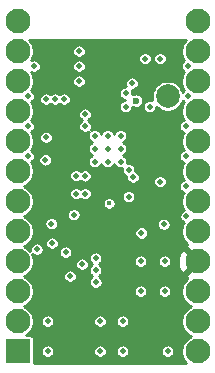
<source format=gbr>
%TF.GenerationSoftware,KiCad,Pcbnew,5.1.7+dfsg1-1~bpo10+1*%
%TF.CreationDate,Date%
%TF.ProjectId,ProMicro_BOOST,50726f4d-6963-4726-9f5f-424f4f53542e,v1.7*%
%TF.SameCoordinates,Original*%
%TF.FileFunction,Copper,L3,Inr*%
%TF.FilePolarity,Positive*%
%FSLAX46Y46*%
G04 Gerber Fmt 4.6, Leading zero omitted, Abs format (unit mm)*
G04 Created by KiCad*
%MOMM*%
%LPD*%
G01*
G04 APERTURE LIST*
%TA.AperFunction,ComponentPad*%
%ADD10R,2.100000X2.100000*%
%TD*%
%TA.AperFunction,ComponentPad*%
%ADD11C,2.100000*%
%TD*%
%TA.AperFunction,ComponentPad*%
%ADD12C,2.000000*%
%TD*%
%TA.AperFunction,ComponentPad*%
%ADD13C,0.500000*%
%TD*%
%TA.AperFunction,ViaPad*%
%ADD14C,0.500000*%
%TD*%
%TA.AperFunction,ViaPad*%
%ADD15C,0.450000*%
%TD*%
%TA.AperFunction,ViaPad*%
%ADD16C,0.600000*%
%TD*%
%TA.AperFunction,Conductor*%
%ADD17C,0.254000*%
%TD*%
%TA.AperFunction,Conductor*%
%ADD18C,0.100000*%
%TD*%
%ADD19C,0.200000*%
%ADD20C,0.300000*%
%ADD21C,0.350000*%
G04 APERTURE END LIST*
D10*
%TO.N,N/C*%
%TO.C,A1*%
X0Y0D03*
D11*
X0Y2540000D03*
%TO.N,GND*%
X0Y5080000D03*
%TO.N,N/C*%
X15240000Y27940000D03*
%TO.N,GND*%
X0Y7620000D03*
%TO.N,N/C*%
X15240000Y25400000D03*
X0Y10160000D03*
X15240000Y22860000D03*
X0Y12700000D03*
X15240000Y20320000D03*
%TO.N,STAT*%
X0Y15240000D03*
%TO.N,N/C*%
X15240000Y17780000D03*
X0Y17780000D03*
X15240000Y15240000D03*
X0Y20320000D03*
X15240000Y12700000D03*
X0Y22860000D03*
X15240000Y10160000D03*
X0Y25400000D03*
%TO.N,+3V3*%
X15240000Y7620000D03*
%TO.N,N/C*%
X0Y27940000D03*
X15240000Y5080000D03*
%TO.N,GND*%
X15240000Y2540000D03*
%TO.N,VBUS*%
X15240000Y0D03*
%TD*%
D12*
%TO.N,/VBAT*%
%TO.C,TP1*%
X12700000Y21590000D03*
%TD*%
D13*
%TO.N,GND*%
%TO.C,U2*%
X6520000Y16045000D03*
X6520000Y17145000D03*
X6520000Y18245000D03*
X7620000Y16045000D03*
X7620000Y17145000D03*
X7620000Y18245000D03*
X8720000Y16045000D03*
X8720000Y17145000D03*
X8720000Y18245000D03*
%TD*%
D14*
%TO.N,GND*%
X4445000Y6350000D03*
X4064000Y8382000D03*
X2921000Y9144000D03*
X889000Y21590000D03*
D15*
X7747000Y12509500D03*
D14*
X5461000Y7366000D03*
X2857500Y10795000D03*
X12382500Y10731500D03*
X8890000Y0D03*
X6985000Y0D03*
X6985000Y2540000D03*
X12700000Y0D03*
X2540000Y2540000D03*
X2540000Y0D03*
X9398000Y15367000D03*
X12065000Y14351000D03*
X10414000Y5080000D03*
X10414000Y7620000D03*
X5715000Y19050000D03*
X5715000Y20066000D03*
X1397000Y24130000D03*
X14224000Y19050000D03*
X14224000Y16510000D03*
X889000Y16510000D03*
X889000Y19050000D03*
X8890000Y2540000D03*
X9398000Y13081000D03*
X14287500Y11430000D03*
X12446000Y5080000D03*
X12446000Y7620000D03*
X5207000Y24130000D03*
X5207000Y25400000D03*
X5207000Y22860000D03*
X14224000Y13970000D03*
X9779000Y14732000D03*
X9144000Y20701000D03*
X10795000Y24765000D03*
X12065000Y24765000D03*
X14414500Y21590000D03*
X14414500Y24130000D03*
X9144000Y21844000D03*
X11176000Y20701000D03*
D16*
%TO.N,+3V3*%
X11239500Y18097500D03*
X12065000Y16192500D03*
D14*
%TO.N,Net-(C1-Pad1)*%
X10477500Y10007500D03*
D16*
X10033000Y21209000D03*
D14*
%TO.N,/VBAT*%
X6604000Y6858000D03*
X2413000Y21336000D03*
X3175000Y21336000D03*
X5699873Y14843873D03*
X4762500Y11557000D03*
X2413000Y18097500D03*
X4953000Y14859000D03*
X2349500Y16192500D03*
X4953000Y13335000D03*
X5715000Y13335000D03*
X3937000Y21336000D03*
X6614160Y7874000D03*
X6619240Y5842000D03*
X9695000Y22690000D03*
%TO.N,STAT*%
X1641228Y8626230D03*
%TD*%
D17*
%TO.N,+3V3*%
X14170414Y26277787D02*
X14019718Y26052254D01*
X13915917Y25801656D01*
X13863000Y25535623D01*
X13863000Y25264377D01*
X13915917Y24998344D01*
X14019718Y24747746D01*
X14106368Y24618065D01*
X14046684Y24578185D01*
X13966315Y24497816D01*
X13903169Y24403312D01*
X13859674Y24298305D01*
X13837500Y24186830D01*
X13837500Y24073170D01*
X13859674Y23961695D01*
X13903169Y23856688D01*
X13966315Y23762184D01*
X14046684Y23681815D01*
X14106368Y23641935D01*
X14019718Y23512254D01*
X13915917Y23261656D01*
X13863000Y22995623D01*
X13863000Y22724377D01*
X13915917Y22458344D01*
X14019718Y22207746D01*
X14106368Y22078065D01*
X14046684Y22038185D01*
X13977591Y21969092D01*
X13976004Y21977072D01*
X13875972Y22218570D01*
X13730748Y22435913D01*
X13545913Y22620748D01*
X13328570Y22765972D01*
X13087072Y22866004D01*
X12830698Y22917000D01*
X12569302Y22917000D01*
X12312928Y22866004D01*
X12071430Y22765972D01*
X11854087Y22620748D01*
X11669252Y22435913D01*
X11524028Y22218570D01*
X11423996Y21977072D01*
X11373000Y21720698D01*
X11373000Y21459302D01*
X11419685Y21224603D01*
X11344305Y21255826D01*
X11232830Y21278000D01*
X11119170Y21278000D01*
X11007695Y21255826D01*
X10902688Y21212331D01*
X10808184Y21149185D01*
X10727815Y21068816D01*
X10664669Y20974312D01*
X10621174Y20869305D01*
X10599000Y20757830D01*
X10599000Y20644170D01*
X10621174Y20532695D01*
X10664669Y20427688D01*
X10727815Y20333184D01*
X10808184Y20252815D01*
X10902688Y20189669D01*
X11007695Y20146174D01*
X11119170Y20124000D01*
X11232830Y20124000D01*
X11344305Y20146174D01*
X11449312Y20189669D01*
X11543816Y20252815D01*
X11624185Y20333184D01*
X11687331Y20427688D01*
X11730826Y20532695D01*
X11753000Y20644170D01*
X11753000Y20660339D01*
X11854087Y20559252D01*
X12071430Y20414028D01*
X12312928Y20313996D01*
X12569302Y20263000D01*
X12830698Y20263000D01*
X13087072Y20313996D01*
X13328570Y20414028D01*
X13545913Y20559252D01*
X13730748Y20744087D01*
X13875972Y20961430D01*
X13976004Y21202928D01*
X13977591Y21210908D01*
X14046684Y21141815D01*
X14106368Y21101935D01*
X14019718Y20972254D01*
X13915917Y20721656D01*
X13863000Y20455623D01*
X13863000Y20184377D01*
X13915917Y19918344D01*
X14019718Y19667746D01*
X14061048Y19605891D01*
X14055695Y19604826D01*
X13950688Y19561331D01*
X13856184Y19498185D01*
X13775815Y19417816D01*
X13712669Y19323312D01*
X13669174Y19218305D01*
X13647000Y19106830D01*
X13647000Y18993170D01*
X13669174Y18881695D01*
X13712669Y18776688D01*
X13775815Y18682184D01*
X13856184Y18601815D01*
X13950688Y18538669D01*
X14055695Y18495174D01*
X14061048Y18494109D01*
X14019718Y18432254D01*
X13915917Y18181656D01*
X13863000Y17915623D01*
X13863000Y17644377D01*
X13915917Y17378344D01*
X14019718Y17127746D01*
X14061048Y17065891D01*
X14055695Y17064826D01*
X13950688Y17021331D01*
X13856184Y16958185D01*
X13775815Y16877816D01*
X13712669Y16783312D01*
X13669174Y16678305D01*
X13647000Y16566830D01*
X13647000Y16453170D01*
X13669174Y16341695D01*
X13712669Y16236688D01*
X13775815Y16142184D01*
X13856184Y16061815D01*
X13950688Y15998669D01*
X14055695Y15955174D01*
X14061048Y15954109D01*
X14019718Y15892254D01*
X13915917Y15641656D01*
X13863000Y15375623D01*
X13863000Y15104377D01*
X13915917Y14838344D01*
X14019718Y14587746D01*
X14061048Y14525891D01*
X14055695Y14524826D01*
X13950688Y14481331D01*
X13856184Y14418185D01*
X13775815Y14337816D01*
X13712669Y14243312D01*
X13669174Y14138305D01*
X13647000Y14026830D01*
X13647000Y13913170D01*
X13669174Y13801695D01*
X13712669Y13696688D01*
X13775815Y13602184D01*
X13856184Y13521815D01*
X13950688Y13458669D01*
X14055695Y13415174D01*
X14061048Y13414109D01*
X14019718Y13352254D01*
X13915917Y13101656D01*
X13863000Y12835623D01*
X13863000Y12564377D01*
X13915917Y12298344D01*
X14019718Y12047746D01*
X14074210Y11966193D01*
X14014188Y11941331D01*
X13919684Y11878185D01*
X13839315Y11797816D01*
X13776169Y11703312D01*
X13732674Y11598305D01*
X13710500Y11486830D01*
X13710500Y11373170D01*
X13732674Y11261695D01*
X13776169Y11156688D01*
X13839315Y11062184D01*
X13919684Y10981815D01*
X14014188Y10918669D01*
X14074210Y10893807D01*
X14019718Y10812254D01*
X13915917Y10561656D01*
X13863000Y10295623D01*
X13863000Y10024377D01*
X13915917Y9758344D01*
X14019718Y9507746D01*
X14170414Y9282213D01*
X14362213Y9090414D01*
X14381743Y9077365D01*
X14350339Y9060579D01*
X14248539Y8791066D01*
X15240000Y7799605D01*
X15254143Y7813747D01*
X15433748Y7634142D01*
X15419605Y7620000D01*
X15433748Y7605857D01*
X15254143Y7426252D01*
X15240000Y7440395D01*
X14248539Y6448934D01*
X14350339Y6179421D01*
X14382969Y6163455D01*
X14362213Y6149586D01*
X14170414Y5957787D01*
X14019718Y5732254D01*
X13915917Y5481656D01*
X13863000Y5215623D01*
X13863000Y4944377D01*
X13915917Y4678344D01*
X14019718Y4427746D01*
X14170414Y4202213D01*
X14362213Y4010414D01*
X14587746Y3859718D01*
X14707776Y3810000D01*
X14587746Y3760282D01*
X14362213Y3609586D01*
X14170414Y3417787D01*
X14019718Y3192254D01*
X13915917Y2941656D01*
X13863000Y2675623D01*
X13863000Y2404377D01*
X13915917Y2138344D01*
X14019718Y1887746D01*
X14170414Y1662213D01*
X14362213Y1470414D01*
X14587746Y1319718D01*
X14707776Y1270000D01*
X14587746Y1220282D01*
X14362213Y1069586D01*
X14170414Y877787D01*
X14019718Y652254D01*
X13915917Y401656D01*
X13863000Y135623D01*
X13863000Y-135623D01*
X13915917Y-401656D01*
X14019718Y-652254D01*
X14170414Y-877787D01*
X14260627Y-968000D01*
X1378582Y-968000D01*
X1378582Y56830D01*
X1963000Y56830D01*
X1963000Y-56830D01*
X1985174Y-168305D01*
X2028669Y-273312D01*
X2091815Y-367816D01*
X2172184Y-448185D01*
X2266688Y-511331D01*
X2371695Y-554826D01*
X2483170Y-577000D01*
X2596830Y-577000D01*
X2708305Y-554826D01*
X2813312Y-511331D01*
X2907816Y-448185D01*
X2988185Y-367816D01*
X3051331Y-273312D01*
X3094826Y-168305D01*
X3117000Y-56830D01*
X3117000Y56830D01*
X6408000Y56830D01*
X6408000Y-56830D01*
X6430174Y-168305D01*
X6473669Y-273312D01*
X6536815Y-367816D01*
X6617184Y-448185D01*
X6711688Y-511331D01*
X6816695Y-554826D01*
X6928170Y-577000D01*
X7041830Y-577000D01*
X7153305Y-554826D01*
X7258312Y-511331D01*
X7352816Y-448185D01*
X7433185Y-367816D01*
X7496331Y-273312D01*
X7539826Y-168305D01*
X7562000Y-56830D01*
X7562000Y56830D01*
X8313000Y56830D01*
X8313000Y-56830D01*
X8335174Y-168305D01*
X8378669Y-273312D01*
X8441815Y-367816D01*
X8522184Y-448185D01*
X8616688Y-511331D01*
X8721695Y-554826D01*
X8833170Y-577000D01*
X8946830Y-577000D01*
X9058305Y-554826D01*
X9163312Y-511331D01*
X9257816Y-448185D01*
X9338185Y-367816D01*
X9401331Y-273312D01*
X9444826Y-168305D01*
X9467000Y-56830D01*
X9467000Y56830D01*
X12123000Y56830D01*
X12123000Y-56830D01*
X12145174Y-168305D01*
X12188669Y-273312D01*
X12251815Y-367816D01*
X12332184Y-448185D01*
X12426688Y-511331D01*
X12531695Y-554826D01*
X12643170Y-577000D01*
X12756830Y-577000D01*
X12868305Y-554826D01*
X12973312Y-511331D01*
X13067816Y-448185D01*
X13148185Y-367816D01*
X13211331Y-273312D01*
X13254826Y-168305D01*
X13277000Y-56830D01*
X13277000Y56830D01*
X13254826Y168305D01*
X13211331Y273312D01*
X13148185Y367816D01*
X13067816Y448185D01*
X12973312Y511331D01*
X12868305Y554826D01*
X12756830Y577000D01*
X12643170Y577000D01*
X12531695Y554826D01*
X12426688Y511331D01*
X12332184Y448185D01*
X12251815Y367816D01*
X12188669Y273312D01*
X12145174Y168305D01*
X12123000Y56830D01*
X9467000Y56830D01*
X9444826Y168305D01*
X9401331Y273312D01*
X9338185Y367816D01*
X9257816Y448185D01*
X9163312Y511331D01*
X9058305Y554826D01*
X8946830Y577000D01*
X8833170Y577000D01*
X8721695Y554826D01*
X8616688Y511331D01*
X8522184Y448185D01*
X8441815Y367816D01*
X8378669Y273312D01*
X8335174Y168305D01*
X8313000Y56830D01*
X7562000Y56830D01*
X7539826Y168305D01*
X7496331Y273312D01*
X7433185Y367816D01*
X7352816Y448185D01*
X7258312Y511331D01*
X7153305Y554826D01*
X7041830Y577000D01*
X6928170Y577000D01*
X6816695Y554826D01*
X6711688Y511331D01*
X6617184Y448185D01*
X6536815Y367816D01*
X6473669Y273312D01*
X6430174Y168305D01*
X6408000Y56830D01*
X3117000Y56830D01*
X3094826Y168305D01*
X3051331Y273312D01*
X2988185Y367816D01*
X2907816Y448185D01*
X2813312Y511331D01*
X2708305Y554826D01*
X2596830Y577000D01*
X2483170Y577000D01*
X2371695Y554826D01*
X2266688Y511331D01*
X2172184Y448185D01*
X2091815Y367816D01*
X2028669Y273312D01*
X1985174Y168305D01*
X1963000Y56830D01*
X1378582Y56830D01*
X1378582Y1050000D01*
X1372268Y1114103D01*
X1353570Y1175743D01*
X1323206Y1232550D01*
X1282343Y1282343D01*
X1232550Y1323206D01*
X1175743Y1353570D01*
X1114103Y1372268D01*
X1050000Y1378582D01*
X740350Y1378582D01*
X877787Y1470414D01*
X1069586Y1662213D01*
X1220282Y1887746D01*
X1324083Y2138344D01*
X1377000Y2404377D01*
X1377000Y2596830D01*
X1963000Y2596830D01*
X1963000Y2483170D01*
X1985174Y2371695D01*
X2028669Y2266688D01*
X2091815Y2172184D01*
X2172184Y2091815D01*
X2266688Y2028669D01*
X2371695Y1985174D01*
X2483170Y1963000D01*
X2596830Y1963000D01*
X2708305Y1985174D01*
X2813312Y2028669D01*
X2907816Y2091815D01*
X2988185Y2172184D01*
X3051331Y2266688D01*
X3094826Y2371695D01*
X3117000Y2483170D01*
X3117000Y2596830D01*
X6408000Y2596830D01*
X6408000Y2483170D01*
X6430174Y2371695D01*
X6473669Y2266688D01*
X6536815Y2172184D01*
X6617184Y2091815D01*
X6711688Y2028669D01*
X6816695Y1985174D01*
X6928170Y1963000D01*
X7041830Y1963000D01*
X7153305Y1985174D01*
X7258312Y2028669D01*
X7352816Y2091815D01*
X7433185Y2172184D01*
X7496331Y2266688D01*
X7539826Y2371695D01*
X7562000Y2483170D01*
X7562000Y2596830D01*
X8313000Y2596830D01*
X8313000Y2483170D01*
X8335174Y2371695D01*
X8378669Y2266688D01*
X8441815Y2172184D01*
X8522184Y2091815D01*
X8616688Y2028669D01*
X8721695Y1985174D01*
X8833170Y1963000D01*
X8946830Y1963000D01*
X9058305Y1985174D01*
X9163312Y2028669D01*
X9257816Y2091815D01*
X9338185Y2172184D01*
X9401331Y2266688D01*
X9444826Y2371695D01*
X9467000Y2483170D01*
X9467000Y2596830D01*
X9444826Y2708305D01*
X9401331Y2813312D01*
X9338185Y2907816D01*
X9257816Y2988185D01*
X9163312Y3051331D01*
X9058305Y3094826D01*
X8946830Y3117000D01*
X8833170Y3117000D01*
X8721695Y3094826D01*
X8616688Y3051331D01*
X8522184Y2988185D01*
X8441815Y2907816D01*
X8378669Y2813312D01*
X8335174Y2708305D01*
X8313000Y2596830D01*
X7562000Y2596830D01*
X7539826Y2708305D01*
X7496331Y2813312D01*
X7433185Y2907816D01*
X7352816Y2988185D01*
X7258312Y3051331D01*
X7153305Y3094826D01*
X7041830Y3117000D01*
X6928170Y3117000D01*
X6816695Y3094826D01*
X6711688Y3051331D01*
X6617184Y2988185D01*
X6536815Y2907816D01*
X6473669Y2813312D01*
X6430174Y2708305D01*
X6408000Y2596830D01*
X3117000Y2596830D01*
X3094826Y2708305D01*
X3051331Y2813312D01*
X2988185Y2907816D01*
X2907816Y2988185D01*
X2813312Y3051331D01*
X2708305Y3094826D01*
X2596830Y3117000D01*
X2483170Y3117000D01*
X2371695Y3094826D01*
X2266688Y3051331D01*
X2172184Y2988185D01*
X2091815Y2907816D01*
X2028669Y2813312D01*
X1985174Y2708305D01*
X1963000Y2596830D01*
X1377000Y2596830D01*
X1377000Y2675623D01*
X1324083Y2941656D01*
X1220282Y3192254D01*
X1069586Y3417787D01*
X877787Y3609586D01*
X652254Y3760282D01*
X532224Y3810000D01*
X652254Y3859718D01*
X877787Y4010414D01*
X1069586Y4202213D01*
X1220282Y4427746D01*
X1324083Y4678344D01*
X1377000Y4944377D01*
X1377000Y5136830D01*
X9837000Y5136830D01*
X9837000Y5023170D01*
X9859174Y4911695D01*
X9902669Y4806688D01*
X9965815Y4712184D01*
X10046184Y4631815D01*
X10140688Y4568669D01*
X10245695Y4525174D01*
X10357170Y4503000D01*
X10470830Y4503000D01*
X10582305Y4525174D01*
X10687312Y4568669D01*
X10781816Y4631815D01*
X10862185Y4712184D01*
X10925331Y4806688D01*
X10968826Y4911695D01*
X10991000Y5023170D01*
X10991000Y5136830D01*
X11869000Y5136830D01*
X11869000Y5023170D01*
X11891174Y4911695D01*
X11934669Y4806688D01*
X11997815Y4712184D01*
X12078184Y4631815D01*
X12172688Y4568669D01*
X12277695Y4525174D01*
X12389170Y4503000D01*
X12502830Y4503000D01*
X12614305Y4525174D01*
X12719312Y4568669D01*
X12813816Y4631815D01*
X12894185Y4712184D01*
X12957331Y4806688D01*
X13000826Y4911695D01*
X13023000Y5023170D01*
X13023000Y5136830D01*
X13000826Y5248305D01*
X12957331Y5353312D01*
X12894185Y5447816D01*
X12813816Y5528185D01*
X12719312Y5591331D01*
X12614305Y5634826D01*
X12502830Y5657000D01*
X12389170Y5657000D01*
X12277695Y5634826D01*
X12172688Y5591331D01*
X12078184Y5528185D01*
X11997815Y5447816D01*
X11934669Y5353312D01*
X11891174Y5248305D01*
X11869000Y5136830D01*
X10991000Y5136830D01*
X10968826Y5248305D01*
X10925331Y5353312D01*
X10862185Y5447816D01*
X10781816Y5528185D01*
X10687312Y5591331D01*
X10582305Y5634826D01*
X10470830Y5657000D01*
X10357170Y5657000D01*
X10245695Y5634826D01*
X10140688Y5591331D01*
X10046184Y5528185D01*
X9965815Y5447816D01*
X9902669Y5353312D01*
X9859174Y5248305D01*
X9837000Y5136830D01*
X1377000Y5136830D01*
X1377000Y5215623D01*
X1324083Y5481656D01*
X1220282Y5732254D01*
X1069586Y5957787D01*
X877787Y6149586D01*
X652254Y6300282D01*
X532224Y6350000D01*
X652254Y6399718D01*
X662897Y6406830D01*
X3868000Y6406830D01*
X3868000Y6293170D01*
X3890174Y6181695D01*
X3933669Y6076688D01*
X3996815Y5982184D01*
X4077184Y5901815D01*
X4171688Y5838669D01*
X4276695Y5795174D01*
X4388170Y5773000D01*
X4501830Y5773000D01*
X4613305Y5795174D01*
X4718312Y5838669D01*
X4812816Y5901815D01*
X4893185Y5982184D01*
X4956331Y6076688D01*
X4999826Y6181695D01*
X5022000Y6293170D01*
X5022000Y6406830D01*
X4999826Y6518305D01*
X4956331Y6623312D01*
X4893185Y6717816D01*
X4812816Y6798185D01*
X4718312Y6861331D01*
X4613305Y6904826D01*
X4501830Y6927000D01*
X4388170Y6927000D01*
X4276695Y6904826D01*
X4171688Y6861331D01*
X4077184Y6798185D01*
X3996815Y6717816D01*
X3933669Y6623312D01*
X3890174Y6518305D01*
X3868000Y6406830D01*
X662897Y6406830D01*
X877787Y6550414D01*
X1069586Y6742213D01*
X1220282Y6967746D01*
X1324083Y7218344D01*
X1364757Y7422830D01*
X4884000Y7422830D01*
X4884000Y7309170D01*
X4906174Y7197695D01*
X4949669Y7092688D01*
X5012815Y6998184D01*
X5093184Y6917815D01*
X5187688Y6854669D01*
X5292695Y6811174D01*
X5404170Y6789000D01*
X5517830Y6789000D01*
X5629305Y6811174D01*
X5734312Y6854669D01*
X5824348Y6914830D01*
X6027000Y6914830D01*
X6027000Y6801170D01*
X6049174Y6689695D01*
X6092669Y6584688D01*
X6155815Y6490184D01*
X6236184Y6409815D01*
X6330688Y6346669D01*
X6333941Y6345322D01*
X6251424Y6290185D01*
X6171055Y6209816D01*
X6107909Y6115312D01*
X6064414Y6010305D01*
X6042240Y5898830D01*
X6042240Y5785170D01*
X6064414Y5673695D01*
X6107909Y5568688D01*
X6171055Y5474184D01*
X6251424Y5393815D01*
X6345928Y5330669D01*
X6450935Y5287174D01*
X6562410Y5265000D01*
X6676070Y5265000D01*
X6787545Y5287174D01*
X6892552Y5330669D01*
X6987056Y5393815D01*
X7067425Y5474184D01*
X7130571Y5568688D01*
X7174066Y5673695D01*
X7196240Y5785170D01*
X7196240Y5898830D01*
X7174066Y6010305D01*
X7130571Y6115312D01*
X7067425Y6209816D01*
X6987056Y6290185D01*
X6892552Y6353331D01*
X6889299Y6354678D01*
X6971816Y6409815D01*
X7052185Y6490184D01*
X7115331Y6584688D01*
X7158826Y6689695D01*
X7181000Y6801170D01*
X7181000Y6914830D01*
X7158826Y7026305D01*
X7115331Y7131312D01*
X7052185Y7225816D01*
X6971816Y7306185D01*
X6887355Y7362620D01*
X6887472Y7362669D01*
X6981976Y7425815D01*
X7062345Y7506184D01*
X7125491Y7600688D01*
X7157029Y7676830D01*
X9837000Y7676830D01*
X9837000Y7563170D01*
X9859174Y7451695D01*
X9902669Y7346688D01*
X9965815Y7252184D01*
X10046184Y7171815D01*
X10140688Y7108669D01*
X10245695Y7065174D01*
X10357170Y7043000D01*
X10470830Y7043000D01*
X10582305Y7065174D01*
X10687312Y7108669D01*
X10781816Y7171815D01*
X10862185Y7252184D01*
X10925331Y7346688D01*
X10968826Y7451695D01*
X10991000Y7563170D01*
X10991000Y7676830D01*
X11869000Y7676830D01*
X11869000Y7563170D01*
X11891174Y7451695D01*
X11934669Y7346688D01*
X11997815Y7252184D01*
X12078184Y7171815D01*
X12172688Y7108669D01*
X12277695Y7065174D01*
X12389170Y7043000D01*
X12502830Y7043000D01*
X12614305Y7065174D01*
X12719312Y7108669D01*
X12813816Y7171815D01*
X12894185Y7252184D01*
X12957331Y7346688D01*
X13000826Y7451695D01*
X13022246Y7559383D01*
X13547934Y7559383D01*
X13592272Y7230443D01*
X13699931Y6916473D01*
X13799421Y6730339D01*
X14068934Y6628539D01*
X15060395Y7620000D01*
X14068934Y8611461D01*
X13799421Y8509661D01*
X13653537Y8211523D01*
X13568620Y7890654D01*
X13547934Y7559383D01*
X13022246Y7559383D01*
X13023000Y7563170D01*
X13023000Y7676830D01*
X13000826Y7788305D01*
X12957331Y7893312D01*
X12894185Y7987816D01*
X12813816Y8068185D01*
X12719312Y8131331D01*
X12614305Y8174826D01*
X12502830Y8197000D01*
X12389170Y8197000D01*
X12277695Y8174826D01*
X12172688Y8131331D01*
X12078184Y8068185D01*
X11997815Y7987816D01*
X11934669Y7893312D01*
X11891174Y7788305D01*
X11869000Y7676830D01*
X10991000Y7676830D01*
X10968826Y7788305D01*
X10925331Y7893312D01*
X10862185Y7987816D01*
X10781816Y8068185D01*
X10687312Y8131331D01*
X10582305Y8174826D01*
X10470830Y8197000D01*
X10357170Y8197000D01*
X10245695Y8174826D01*
X10140688Y8131331D01*
X10046184Y8068185D01*
X9965815Y7987816D01*
X9902669Y7893312D01*
X9859174Y7788305D01*
X9837000Y7676830D01*
X7157029Y7676830D01*
X7168986Y7705695D01*
X7191160Y7817170D01*
X7191160Y7930830D01*
X7168986Y8042305D01*
X7125491Y8147312D01*
X7062345Y8241816D01*
X6981976Y8322185D01*
X6887472Y8385331D01*
X6782465Y8428826D01*
X6670990Y8451000D01*
X6557330Y8451000D01*
X6445855Y8428826D01*
X6340848Y8385331D01*
X6246344Y8322185D01*
X6165975Y8241816D01*
X6102829Y8147312D01*
X6059334Y8042305D01*
X6037160Y7930830D01*
X6037160Y7817170D01*
X6059334Y7705695D01*
X6102829Y7600688D01*
X6165975Y7506184D01*
X6246344Y7425815D01*
X6330805Y7369380D01*
X6330688Y7369331D01*
X6236184Y7306185D01*
X6155815Y7225816D01*
X6092669Y7131312D01*
X6049174Y7026305D01*
X6027000Y6914830D01*
X5824348Y6914830D01*
X5828816Y6917815D01*
X5909185Y6998184D01*
X5972331Y7092688D01*
X6015826Y7197695D01*
X6038000Y7309170D01*
X6038000Y7422830D01*
X6015826Y7534305D01*
X5972331Y7639312D01*
X5909185Y7733816D01*
X5828816Y7814185D01*
X5734312Y7877331D01*
X5629305Y7920826D01*
X5517830Y7943000D01*
X5404170Y7943000D01*
X5292695Y7920826D01*
X5187688Y7877331D01*
X5093184Y7814185D01*
X5012815Y7733816D01*
X4949669Y7639312D01*
X4906174Y7534305D01*
X4884000Y7422830D01*
X1364757Y7422830D01*
X1377000Y7484377D01*
X1377000Y7755623D01*
X1324083Y8021656D01*
X1249329Y8202128D01*
X1273412Y8178045D01*
X1367916Y8114899D01*
X1472923Y8071404D01*
X1584398Y8049230D01*
X1698058Y8049230D01*
X1809533Y8071404D01*
X1914540Y8114899D01*
X2009044Y8178045D01*
X2089413Y8258414D01*
X2152559Y8352918D01*
X2188144Y8438830D01*
X3487000Y8438830D01*
X3487000Y8325170D01*
X3509174Y8213695D01*
X3552669Y8108688D01*
X3615815Y8014184D01*
X3696184Y7933815D01*
X3790688Y7870669D01*
X3895695Y7827174D01*
X4007170Y7805000D01*
X4120830Y7805000D01*
X4232305Y7827174D01*
X4337312Y7870669D01*
X4431816Y7933815D01*
X4512185Y8014184D01*
X4575331Y8108688D01*
X4618826Y8213695D01*
X4641000Y8325170D01*
X4641000Y8438830D01*
X4618826Y8550305D01*
X4575331Y8655312D01*
X4512185Y8749816D01*
X4431816Y8830185D01*
X4337312Y8893331D01*
X4232305Y8936826D01*
X4120830Y8959000D01*
X4007170Y8959000D01*
X3895695Y8936826D01*
X3790688Y8893331D01*
X3696184Y8830185D01*
X3615815Y8749816D01*
X3552669Y8655312D01*
X3509174Y8550305D01*
X3487000Y8438830D01*
X2188144Y8438830D01*
X2196054Y8457925D01*
X2218228Y8569400D01*
X2218228Y8683060D01*
X2196054Y8794535D01*
X2152559Y8899542D01*
X2089413Y8994046D01*
X2009044Y9074415D01*
X1914540Y9137561D01*
X1809533Y9181056D01*
X1710124Y9200830D01*
X2344000Y9200830D01*
X2344000Y9087170D01*
X2366174Y8975695D01*
X2409669Y8870688D01*
X2472815Y8776184D01*
X2553184Y8695815D01*
X2647688Y8632669D01*
X2752695Y8589174D01*
X2864170Y8567000D01*
X2977830Y8567000D01*
X3089305Y8589174D01*
X3194312Y8632669D01*
X3288816Y8695815D01*
X3369185Y8776184D01*
X3432331Y8870688D01*
X3475826Y8975695D01*
X3498000Y9087170D01*
X3498000Y9200830D01*
X3475826Y9312305D01*
X3432331Y9417312D01*
X3369185Y9511816D01*
X3288816Y9592185D01*
X3194312Y9655331D01*
X3089305Y9698826D01*
X2977830Y9721000D01*
X2864170Y9721000D01*
X2752695Y9698826D01*
X2647688Y9655331D01*
X2553184Y9592185D01*
X2472815Y9511816D01*
X2409669Y9417312D01*
X2366174Y9312305D01*
X2344000Y9200830D01*
X1710124Y9200830D01*
X1698058Y9203230D01*
X1584398Y9203230D01*
X1472923Y9181056D01*
X1367916Y9137561D01*
X1273412Y9074415D01*
X1193043Y8994046D01*
X1129897Y8899542D01*
X1086402Y8794535D01*
X1064228Y8683060D01*
X1064228Y8569400D01*
X1082240Y8478849D01*
X1069586Y8497787D01*
X877787Y8689586D01*
X652254Y8840282D01*
X532224Y8890000D01*
X652254Y8939718D01*
X877787Y9090414D01*
X1069586Y9282213D01*
X1220282Y9507746D01*
X1324083Y9758344D01*
X1377000Y10024377D01*
X1377000Y10064330D01*
X9900500Y10064330D01*
X9900500Y9950670D01*
X9922674Y9839195D01*
X9966169Y9734188D01*
X10029315Y9639684D01*
X10109684Y9559315D01*
X10204188Y9496169D01*
X10309195Y9452674D01*
X10420670Y9430500D01*
X10534330Y9430500D01*
X10645805Y9452674D01*
X10750812Y9496169D01*
X10845316Y9559315D01*
X10925685Y9639684D01*
X10988831Y9734188D01*
X11032326Y9839195D01*
X11054500Y9950670D01*
X11054500Y10064330D01*
X11032326Y10175805D01*
X10988831Y10280812D01*
X10925685Y10375316D01*
X10845316Y10455685D01*
X10750812Y10518831D01*
X10645805Y10562326D01*
X10534330Y10584500D01*
X10420670Y10584500D01*
X10309195Y10562326D01*
X10204188Y10518831D01*
X10109684Y10455685D01*
X10029315Y10375316D01*
X9966169Y10280812D01*
X9922674Y10175805D01*
X9900500Y10064330D01*
X1377000Y10064330D01*
X1377000Y10295623D01*
X1324083Y10561656D01*
X1220282Y10812254D01*
X1193839Y10851830D01*
X2280500Y10851830D01*
X2280500Y10738170D01*
X2302674Y10626695D01*
X2346169Y10521688D01*
X2409315Y10427184D01*
X2489684Y10346815D01*
X2584188Y10283669D01*
X2689195Y10240174D01*
X2800670Y10218000D01*
X2914330Y10218000D01*
X3025805Y10240174D01*
X3130812Y10283669D01*
X3225316Y10346815D01*
X3305685Y10427184D01*
X3368831Y10521688D01*
X3412326Y10626695D01*
X3434500Y10738170D01*
X3434500Y10788330D01*
X11805500Y10788330D01*
X11805500Y10674670D01*
X11827674Y10563195D01*
X11871169Y10458188D01*
X11934315Y10363684D01*
X12014684Y10283315D01*
X12109188Y10220169D01*
X12214195Y10176674D01*
X12325670Y10154500D01*
X12439330Y10154500D01*
X12550805Y10176674D01*
X12655812Y10220169D01*
X12750316Y10283315D01*
X12830685Y10363684D01*
X12893831Y10458188D01*
X12937326Y10563195D01*
X12959500Y10674670D01*
X12959500Y10788330D01*
X12937326Y10899805D01*
X12893831Y11004812D01*
X12830685Y11099316D01*
X12750316Y11179685D01*
X12655812Y11242831D01*
X12550805Y11286326D01*
X12439330Y11308500D01*
X12325670Y11308500D01*
X12214195Y11286326D01*
X12109188Y11242831D01*
X12014684Y11179685D01*
X11934315Y11099316D01*
X11871169Y11004812D01*
X11827674Y10899805D01*
X11805500Y10788330D01*
X3434500Y10788330D01*
X3434500Y10851830D01*
X3412326Y10963305D01*
X3368831Y11068312D01*
X3305685Y11162816D01*
X3225316Y11243185D01*
X3130812Y11306331D01*
X3025805Y11349826D01*
X2914330Y11372000D01*
X2800670Y11372000D01*
X2689195Y11349826D01*
X2584188Y11306331D01*
X2489684Y11243185D01*
X2409315Y11162816D01*
X2346169Y11068312D01*
X2302674Y10963305D01*
X2280500Y10851830D01*
X1193839Y10851830D01*
X1069586Y11037787D01*
X877787Y11229586D01*
X652254Y11380282D01*
X532224Y11430000D01*
X652254Y11479718D01*
X852967Y11613830D01*
X4185500Y11613830D01*
X4185500Y11500170D01*
X4207674Y11388695D01*
X4251169Y11283688D01*
X4314315Y11189184D01*
X4394684Y11108815D01*
X4489188Y11045669D01*
X4594195Y11002174D01*
X4705670Y10980000D01*
X4819330Y10980000D01*
X4930805Y11002174D01*
X5035812Y11045669D01*
X5130316Y11108815D01*
X5210685Y11189184D01*
X5273831Y11283688D01*
X5317326Y11388695D01*
X5339500Y11500170D01*
X5339500Y11613830D01*
X5317326Y11725305D01*
X5273831Y11830312D01*
X5210685Y11924816D01*
X5130316Y12005185D01*
X5035812Y12068331D01*
X4930805Y12111826D01*
X4819330Y12134000D01*
X4705670Y12134000D01*
X4594195Y12111826D01*
X4489188Y12068331D01*
X4394684Y12005185D01*
X4314315Y11924816D01*
X4251169Y11830312D01*
X4207674Y11725305D01*
X4185500Y11613830D01*
X852967Y11613830D01*
X877787Y11630414D01*
X1069586Y11822213D01*
X1220282Y12047746D01*
X1324083Y12298344D01*
X1376898Y12563867D01*
X7195000Y12563867D01*
X7195000Y12455133D01*
X7216213Y12348488D01*
X7257824Y12248030D01*
X7318234Y12157620D01*
X7395120Y12080734D01*
X7485530Y12020324D01*
X7585988Y11978713D01*
X7692633Y11957500D01*
X7801367Y11957500D01*
X7908012Y11978713D01*
X8008470Y12020324D01*
X8098880Y12080734D01*
X8175766Y12157620D01*
X8236176Y12248030D01*
X8277787Y12348488D01*
X8299000Y12455133D01*
X8299000Y12563867D01*
X8277787Y12670512D01*
X8236176Y12770970D01*
X8175766Y12861380D01*
X8098880Y12938266D01*
X8008470Y12998676D01*
X7908012Y13040287D01*
X7801367Y13061500D01*
X7692633Y13061500D01*
X7585988Y13040287D01*
X7485530Y12998676D01*
X7395120Y12938266D01*
X7318234Y12861380D01*
X7257824Y12770970D01*
X7216213Y12670512D01*
X7195000Y12563867D01*
X1376898Y12563867D01*
X1377000Y12564377D01*
X1377000Y12835623D01*
X1324083Y13101656D01*
X1220282Y13352254D01*
X1193839Y13391830D01*
X4376000Y13391830D01*
X4376000Y13278170D01*
X4398174Y13166695D01*
X4441669Y13061688D01*
X4504815Y12967184D01*
X4585184Y12886815D01*
X4679688Y12823669D01*
X4784695Y12780174D01*
X4896170Y12758000D01*
X5009830Y12758000D01*
X5121305Y12780174D01*
X5226312Y12823669D01*
X5320816Y12886815D01*
X5334000Y12899999D01*
X5347184Y12886815D01*
X5441688Y12823669D01*
X5546695Y12780174D01*
X5658170Y12758000D01*
X5771830Y12758000D01*
X5883305Y12780174D01*
X5988312Y12823669D01*
X6082816Y12886815D01*
X6163185Y12967184D01*
X6226331Y13061688D01*
X6257869Y13137830D01*
X8821000Y13137830D01*
X8821000Y13024170D01*
X8843174Y12912695D01*
X8886669Y12807688D01*
X8949815Y12713184D01*
X9030184Y12632815D01*
X9124688Y12569669D01*
X9229695Y12526174D01*
X9341170Y12504000D01*
X9454830Y12504000D01*
X9566305Y12526174D01*
X9671312Y12569669D01*
X9765816Y12632815D01*
X9846185Y12713184D01*
X9909331Y12807688D01*
X9952826Y12912695D01*
X9975000Y13024170D01*
X9975000Y13137830D01*
X9952826Y13249305D01*
X9909331Y13354312D01*
X9846185Y13448816D01*
X9765816Y13529185D01*
X9671312Y13592331D01*
X9566305Y13635826D01*
X9454830Y13658000D01*
X9341170Y13658000D01*
X9229695Y13635826D01*
X9124688Y13592331D01*
X9030184Y13529185D01*
X8949815Y13448816D01*
X8886669Y13354312D01*
X8843174Y13249305D01*
X8821000Y13137830D01*
X6257869Y13137830D01*
X6269826Y13166695D01*
X6292000Y13278170D01*
X6292000Y13391830D01*
X6269826Y13503305D01*
X6226331Y13608312D01*
X6163185Y13702816D01*
X6082816Y13783185D01*
X5988312Y13846331D01*
X5883305Y13889826D01*
X5771830Y13912000D01*
X5658170Y13912000D01*
X5546695Y13889826D01*
X5441688Y13846331D01*
X5347184Y13783185D01*
X5334000Y13770001D01*
X5320816Y13783185D01*
X5226312Y13846331D01*
X5121305Y13889826D01*
X5009830Y13912000D01*
X4896170Y13912000D01*
X4784695Y13889826D01*
X4679688Y13846331D01*
X4585184Y13783185D01*
X4504815Y13702816D01*
X4441669Y13608312D01*
X4398174Y13503305D01*
X4376000Y13391830D01*
X1193839Y13391830D01*
X1069586Y13577787D01*
X877787Y13769586D01*
X652254Y13920282D01*
X532224Y13970000D01*
X652254Y14019718D01*
X877787Y14170414D01*
X1069586Y14362213D01*
X1220282Y14587746D01*
X1324083Y14838344D01*
X1339495Y14915830D01*
X4376000Y14915830D01*
X4376000Y14802170D01*
X4398174Y14690695D01*
X4441669Y14585688D01*
X4504815Y14491184D01*
X4585184Y14410815D01*
X4679688Y14347669D01*
X4784695Y14304174D01*
X4896170Y14282000D01*
X5009830Y14282000D01*
X5121305Y14304174D01*
X5226312Y14347669D01*
X5318487Y14409258D01*
X5332057Y14395688D01*
X5426561Y14332542D01*
X5531568Y14289047D01*
X5643043Y14266873D01*
X5756703Y14266873D01*
X5868178Y14289047D01*
X5973185Y14332542D01*
X6067689Y14395688D01*
X6148058Y14476057D01*
X6211204Y14570561D01*
X6254699Y14675568D01*
X6276873Y14787043D01*
X6276873Y14900703D01*
X6254699Y15012178D01*
X6211204Y15117185D01*
X6148058Y15211689D01*
X6067689Y15292058D01*
X5973185Y15355204D01*
X5868178Y15398699D01*
X5756703Y15420873D01*
X5643043Y15420873D01*
X5531568Y15398699D01*
X5426561Y15355204D01*
X5334386Y15293615D01*
X5320816Y15307185D01*
X5226312Y15370331D01*
X5121305Y15413826D01*
X5009830Y15436000D01*
X4896170Y15436000D01*
X4784695Y15413826D01*
X4679688Y15370331D01*
X4585184Y15307185D01*
X4504815Y15226816D01*
X4441669Y15132312D01*
X4398174Y15027305D01*
X4376000Y14915830D01*
X1339495Y14915830D01*
X1377000Y15104377D01*
X1377000Y15375623D01*
X1324083Y15641656D01*
X1220282Y15892254D01*
X1152025Y15994408D01*
X1162312Y15998669D01*
X1256816Y16061815D01*
X1337185Y16142184D01*
X1400331Y16236688D01*
X1405567Y16249330D01*
X1772500Y16249330D01*
X1772500Y16135670D01*
X1794674Y16024195D01*
X1838169Y15919188D01*
X1901315Y15824684D01*
X1981684Y15744315D01*
X2076188Y15681169D01*
X2181195Y15637674D01*
X2292670Y15615500D01*
X2406330Y15615500D01*
X2517805Y15637674D01*
X2622812Y15681169D01*
X2717316Y15744315D01*
X2797685Y15824684D01*
X2860831Y15919188D01*
X2904326Y16024195D01*
X2926500Y16135670D01*
X2926500Y16249330D01*
X2904326Y16360805D01*
X2860831Y16465812D01*
X2797685Y16560316D01*
X2717316Y16640685D01*
X2622812Y16703831D01*
X2517805Y16747326D01*
X2406330Y16769500D01*
X2292670Y16769500D01*
X2181195Y16747326D01*
X2076188Y16703831D01*
X1981684Y16640685D01*
X1901315Y16560316D01*
X1838169Y16465812D01*
X1794674Y16360805D01*
X1772500Y16249330D01*
X1405567Y16249330D01*
X1443826Y16341695D01*
X1466000Y16453170D01*
X1466000Y16566830D01*
X1443826Y16678305D01*
X1400331Y16783312D01*
X1337185Y16877816D01*
X1256816Y16958185D01*
X1162312Y17021331D01*
X1152025Y17025592D01*
X1220282Y17127746D01*
X1324083Y17378344D01*
X1377000Y17644377D01*
X1377000Y17915623D01*
X1329519Y18154330D01*
X1836000Y18154330D01*
X1836000Y18040670D01*
X1858174Y17929195D01*
X1901669Y17824188D01*
X1964815Y17729684D01*
X2045184Y17649315D01*
X2139688Y17586169D01*
X2244695Y17542674D01*
X2356170Y17520500D01*
X2469830Y17520500D01*
X2581305Y17542674D01*
X2686312Y17586169D01*
X2780816Y17649315D01*
X2861185Y17729684D01*
X2924331Y17824188D01*
X2967826Y17929195D01*
X2990000Y18040670D01*
X2990000Y18154330D01*
X2967826Y18265805D01*
X2924331Y18370812D01*
X2861185Y18465316D01*
X2780816Y18545685D01*
X2686312Y18608831D01*
X2581305Y18652326D01*
X2469830Y18674500D01*
X2356170Y18674500D01*
X2244695Y18652326D01*
X2139688Y18608831D01*
X2045184Y18545685D01*
X1964815Y18465316D01*
X1901669Y18370812D01*
X1858174Y18265805D01*
X1836000Y18154330D01*
X1329519Y18154330D01*
X1324083Y18181656D01*
X1220282Y18432254D01*
X1152025Y18534408D01*
X1162312Y18538669D01*
X1256816Y18601815D01*
X1337185Y18682184D01*
X1400331Y18776688D01*
X1443826Y18881695D01*
X1466000Y18993170D01*
X1466000Y19106830D01*
X1443826Y19218305D01*
X1400331Y19323312D01*
X1337185Y19417816D01*
X1256816Y19498185D01*
X1162312Y19561331D01*
X1152025Y19565592D01*
X1220282Y19667746D01*
X1324083Y19918344D01*
X1364757Y20122830D01*
X5138000Y20122830D01*
X5138000Y20009170D01*
X5160174Y19897695D01*
X5203669Y19792688D01*
X5266815Y19698184D01*
X5347184Y19617815D01*
X5436703Y19558000D01*
X5347184Y19498185D01*
X5266815Y19417816D01*
X5203669Y19323312D01*
X5160174Y19218305D01*
X5138000Y19106830D01*
X5138000Y18993170D01*
X5160174Y18881695D01*
X5203669Y18776688D01*
X5266815Y18682184D01*
X5347184Y18601815D01*
X5441688Y18538669D01*
X5546695Y18495174D01*
X5658170Y18473000D01*
X5771830Y18473000D01*
X5883305Y18495174D01*
X5988312Y18538669D01*
X6049662Y18579662D01*
X6008669Y18518312D01*
X5965174Y18413305D01*
X5943000Y18301830D01*
X5943000Y18188170D01*
X5965174Y18076695D01*
X6008669Y17971688D01*
X6071815Y17877184D01*
X6152184Y17796815D01*
X6246688Y17733669D01*
X6340044Y17695000D01*
X6246688Y17656331D01*
X6152184Y17593185D01*
X6071815Y17512816D01*
X6008669Y17418312D01*
X5965174Y17313305D01*
X5943000Y17201830D01*
X5943000Y17088170D01*
X5965174Y16976695D01*
X6008669Y16871688D01*
X6071815Y16777184D01*
X6152184Y16696815D01*
X6246688Y16633669D01*
X6340044Y16595000D01*
X6246688Y16556331D01*
X6152184Y16493185D01*
X6071815Y16412816D01*
X6008669Y16318312D01*
X5965174Y16213305D01*
X5943000Y16101830D01*
X5943000Y15988170D01*
X5965174Y15876695D01*
X6008669Y15771688D01*
X6071815Y15677184D01*
X6152184Y15596815D01*
X6246688Y15533669D01*
X6351695Y15490174D01*
X6463170Y15468000D01*
X6576830Y15468000D01*
X6688305Y15490174D01*
X6793312Y15533669D01*
X6887816Y15596815D01*
X6968185Y15677184D01*
X7031331Y15771688D01*
X7070000Y15865044D01*
X7108669Y15771688D01*
X7171815Y15677184D01*
X7252184Y15596815D01*
X7346688Y15533669D01*
X7451695Y15490174D01*
X7563170Y15468000D01*
X7676830Y15468000D01*
X7788305Y15490174D01*
X7893312Y15533669D01*
X7987816Y15596815D01*
X8068185Y15677184D01*
X8131331Y15771688D01*
X8170000Y15865044D01*
X8208669Y15771688D01*
X8271815Y15677184D01*
X8352184Y15596815D01*
X8446688Y15533669D01*
X8551695Y15490174D01*
X8663170Y15468000D01*
X8776830Y15468000D01*
X8831968Y15478968D01*
X8821000Y15423830D01*
X8821000Y15310170D01*
X8843174Y15198695D01*
X8886669Y15093688D01*
X8949815Y14999184D01*
X9030184Y14918815D01*
X9124688Y14855669D01*
X9208398Y14820995D01*
X9202000Y14788830D01*
X9202000Y14675170D01*
X9224174Y14563695D01*
X9267669Y14458688D01*
X9330815Y14364184D01*
X9411184Y14283815D01*
X9505688Y14220669D01*
X9610695Y14177174D01*
X9722170Y14155000D01*
X9835830Y14155000D01*
X9947305Y14177174D01*
X10052312Y14220669D01*
X10146816Y14283815D01*
X10227185Y14364184D01*
X10256348Y14407830D01*
X11488000Y14407830D01*
X11488000Y14294170D01*
X11510174Y14182695D01*
X11553669Y14077688D01*
X11616815Y13983184D01*
X11697184Y13902815D01*
X11791688Y13839669D01*
X11896695Y13796174D01*
X12008170Y13774000D01*
X12121830Y13774000D01*
X12233305Y13796174D01*
X12338312Y13839669D01*
X12432816Y13902815D01*
X12513185Y13983184D01*
X12576331Y14077688D01*
X12619826Y14182695D01*
X12642000Y14294170D01*
X12642000Y14407830D01*
X12619826Y14519305D01*
X12576331Y14624312D01*
X12513185Y14718816D01*
X12432816Y14799185D01*
X12338312Y14862331D01*
X12233305Y14905826D01*
X12121830Y14928000D01*
X12008170Y14928000D01*
X11896695Y14905826D01*
X11791688Y14862331D01*
X11697184Y14799185D01*
X11616815Y14718816D01*
X11553669Y14624312D01*
X11510174Y14519305D01*
X11488000Y14407830D01*
X10256348Y14407830D01*
X10290331Y14458688D01*
X10333826Y14563695D01*
X10356000Y14675170D01*
X10356000Y14788830D01*
X10333826Y14900305D01*
X10290331Y15005312D01*
X10227185Y15099816D01*
X10146816Y15180185D01*
X10052312Y15243331D01*
X9968602Y15278005D01*
X9975000Y15310170D01*
X9975000Y15423830D01*
X9952826Y15535305D01*
X9909331Y15640312D01*
X9846185Y15734816D01*
X9765816Y15815185D01*
X9671312Y15878331D01*
X9566305Y15921826D01*
X9454830Y15944000D01*
X9341170Y15944000D01*
X9286032Y15933032D01*
X9297000Y15988170D01*
X9297000Y16101830D01*
X9274826Y16213305D01*
X9231331Y16318312D01*
X9168185Y16412816D01*
X9087816Y16493185D01*
X8993312Y16556331D01*
X8899956Y16595000D01*
X8993312Y16633669D01*
X9087816Y16696815D01*
X9168185Y16777184D01*
X9231331Y16871688D01*
X9274826Y16976695D01*
X9297000Y17088170D01*
X9297000Y17201830D01*
X9274826Y17313305D01*
X9231331Y17418312D01*
X9168185Y17512816D01*
X9087816Y17593185D01*
X8993312Y17656331D01*
X8899956Y17695000D01*
X8993312Y17733669D01*
X9087816Y17796815D01*
X9168185Y17877184D01*
X9231331Y17971688D01*
X9274826Y18076695D01*
X9297000Y18188170D01*
X9297000Y18301830D01*
X9274826Y18413305D01*
X9231331Y18518312D01*
X9168185Y18612816D01*
X9087816Y18693185D01*
X8993312Y18756331D01*
X8888305Y18799826D01*
X8776830Y18822000D01*
X8663170Y18822000D01*
X8551695Y18799826D01*
X8446688Y18756331D01*
X8352184Y18693185D01*
X8271815Y18612816D01*
X8208669Y18518312D01*
X8170000Y18424956D01*
X8131331Y18518312D01*
X8068185Y18612816D01*
X7987816Y18693185D01*
X7893312Y18756331D01*
X7788305Y18799826D01*
X7676830Y18822000D01*
X7563170Y18822000D01*
X7451695Y18799826D01*
X7346688Y18756331D01*
X7252184Y18693185D01*
X7171815Y18612816D01*
X7108669Y18518312D01*
X7070000Y18424956D01*
X7031331Y18518312D01*
X6968185Y18612816D01*
X6887816Y18693185D01*
X6793312Y18756331D01*
X6688305Y18799826D01*
X6576830Y18822000D01*
X6463170Y18822000D01*
X6351695Y18799826D01*
X6246688Y18756331D01*
X6185338Y18715338D01*
X6226331Y18776688D01*
X6269826Y18881695D01*
X6292000Y18993170D01*
X6292000Y19106830D01*
X6269826Y19218305D01*
X6226331Y19323312D01*
X6163185Y19417816D01*
X6082816Y19498185D01*
X5993297Y19558000D01*
X6082816Y19617815D01*
X6163185Y19698184D01*
X6226331Y19792688D01*
X6269826Y19897695D01*
X6292000Y20009170D01*
X6292000Y20122830D01*
X6269826Y20234305D01*
X6226331Y20339312D01*
X6163185Y20433816D01*
X6082816Y20514185D01*
X5988312Y20577331D01*
X5883305Y20620826D01*
X5771830Y20643000D01*
X5658170Y20643000D01*
X5546695Y20620826D01*
X5441688Y20577331D01*
X5347184Y20514185D01*
X5266815Y20433816D01*
X5203669Y20339312D01*
X5160174Y20234305D01*
X5138000Y20122830D01*
X1364757Y20122830D01*
X1377000Y20184377D01*
X1377000Y20455623D01*
X1324083Y20721656D01*
X1220282Y20972254D01*
X1152025Y21074408D01*
X1162312Y21078669D01*
X1256816Y21141815D01*
X1337185Y21222184D01*
X1400331Y21316688D01*
X1431869Y21392830D01*
X1836000Y21392830D01*
X1836000Y21279170D01*
X1858174Y21167695D01*
X1901669Y21062688D01*
X1964815Y20968184D01*
X2045184Y20887815D01*
X2139688Y20824669D01*
X2244695Y20781174D01*
X2356170Y20759000D01*
X2469830Y20759000D01*
X2581305Y20781174D01*
X2686312Y20824669D01*
X2780816Y20887815D01*
X2794000Y20900999D01*
X2807184Y20887815D01*
X2901688Y20824669D01*
X3006695Y20781174D01*
X3118170Y20759000D01*
X3231830Y20759000D01*
X3343305Y20781174D01*
X3448312Y20824669D01*
X3542816Y20887815D01*
X3556000Y20900999D01*
X3569184Y20887815D01*
X3663688Y20824669D01*
X3768695Y20781174D01*
X3880170Y20759000D01*
X3993830Y20759000D01*
X4105305Y20781174D01*
X4210312Y20824669D01*
X4304816Y20887815D01*
X4385185Y20968184D01*
X4448331Y21062688D01*
X4491826Y21167695D01*
X4514000Y21279170D01*
X4514000Y21392830D01*
X4491826Y21504305D01*
X4448331Y21609312D01*
X4385185Y21703816D01*
X4304816Y21784185D01*
X4210312Y21847331D01*
X4105305Y21890826D01*
X4055013Y21900830D01*
X8567000Y21900830D01*
X8567000Y21787170D01*
X8589174Y21675695D01*
X8632669Y21570688D01*
X8695815Y21476184D01*
X8776184Y21395815D01*
X8870688Y21332669D01*
X8975695Y21289174D01*
X9059520Y21272500D01*
X8975695Y21255826D01*
X8870688Y21212331D01*
X8776184Y21149185D01*
X8695815Y21068816D01*
X8632669Y20974312D01*
X8589174Y20869305D01*
X8567000Y20757830D01*
X8567000Y20644170D01*
X8589174Y20532695D01*
X8632669Y20427688D01*
X8695815Y20333184D01*
X8776184Y20252815D01*
X8870688Y20189669D01*
X8975695Y20146174D01*
X9087170Y20124000D01*
X9200830Y20124000D01*
X9312305Y20146174D01*
X9417312Y20189669D01*
X9511816Y20252815D01*
X9592185Y20333184D01*
X9655331Y20427688D01*
X9698826Y20532695D01*
X9721000Y20644170D01*
X9721000Y20663385D01*
X9736004Y20653360D01*
X9850111Y20606095D01*
X9971246Y20582000D01*
X10094754Y20582000D01*
X10215889Y20606095D01*
X10329996Y20653360D01*
X10432689Y20721977D01*
X10520023Y20809311D01*
X10588640Y20912004D01*
X10635905Y21026111D01*
X10660000Y21147246D01*
X10660000Y21270754D01*
X10635905Y21391889D01*
X10588640Y21505996D01*
X10520023Y21608689D01*
X10432689Y21696023D01*
X10329996Y21764640D01*
X10215889Y21811905D01*
X10094754Y21836000D01*
X9971246Y21836000D01*
X9850111Y21811905D01*
X9736004Y21764640D01*
X9713532Y21749625D01*
X9721000Y21787170D01*
X9721000Y21900830D01*
X9698826Y22012305D01*
X9657117Y22113000D01*
X9751830Y22113000D01*
X9863305Y22135174D01*
X9968312Y22178669D01*
X10062816Y22241815D01*
X10143185Y22322184D01*
X10206331Y22416688D01*
X10249826Y22521695D01*
X10272000Y22633170D01*
X10272000Y22746830D01*
X10249826Y22858305D01*
X10206331Y22963312D01*
X10143185Y23057816D01*
X10062816Y23138185D01*
X9968312Y23201331D01*
X9863305Y23244826D01*
X9751830Y23267000D01*
X9638170Y23267000D01*
X9526695Y23244826D01*
X9421688Y23201331D01*
X9327184Y23138185D01*
X9246815Y23057816D01*
X9183669Y22963312D01*
X9140174Y22858305D01*
X9118000Y22746830D01*
X9118000Y22633170D01*
X9140174Y22521695D01*
X9181883Y22421000D01*
X9087170Y22421000D01*
X8975695Y22398826D01*
X8870688Y22355331D01*
X8776184Y22292185D01*
X8695815Y22211816D01*
X8632669Y22117312D01*
X8589174Y22012305D01*
X8567000Y21900830D01*
X4055013Y21900830D01*
X3993830Y21913000D01*
X3880170Y21913000D01*
X3768695Y21890826D01*
X3663688Y21847331D01*
X3569184Y21784185D01*
X3556000Y21771001D01*
X3542816Y21784185D01*
X3448312Y21847331D01*
X3343305Y21890826D01*
X3231830Y21913000D01*
X3118170Y21913000D01*
X3006695Y21890826D01*
X2901688Y21847331D01*
X2807184Y21784185D01*
X2794000Y21771001D01*
X2780816Y21784185D01*
X2686312Y21847331D01*
X2581305Y21890826D01*
X2469830Y21913000D01*
X2356170Y21913000D01*
X2244695Y21890826D01*
X2139688Y21847331D01*
X2045184Y21784185D01*
X1964815Y21703816D01*
X1901669Y21609312D01*
X1858174Y21504305D01*
X1836000Y21392830D01*
X1431869Y21392830D01*
X1443826Y21421695D01*
X1466000Y21533170D01*
X1466000Y21646830D01*
X1443826Y21758305D01*
X1400331Y21863312D01*
X1337185Y21957816D01*
X1256816Y22038185D01*
X1162312Y22101331D01*
X1152025Y22105592D01*
X1220282Y22207746D01*
X1324083Y22458344D01*
X1377000Y22724377D01*
X1377000Y22916830D01*
X4630000Y22916830D01*
X4630000Y22803170D01*
X4652174Y22691695D01*
X4695669Y22586688D01*
X4758815Y22492184D01*
X4839184Y22411815D01*
X4933688Y22348669D01*
X5038695Y22305174D01*
X5150170Y22283000D01*
X5263830Y22283000D01*
X5375305Y22305174D01*
X5480312Y22348669D01*
X5574816Y22411815D01*
X5655185Y22492184D01*
X5718331Y22586688D01*
X5761826Y22691695D01*
X5784000Y22803170D01*
X5784000Y22916830D01*
X5761826Y23028305D01*
X5718331Y23133312D01*
X5655185Y23227816D01*
X5574816Y23308185D01*
X5480312Y23371331D01*
X5375305Y23414826D01*
X5263830Y23437000D01*
X5150170Y23437000D01*
X5038695Y23414826D01*
X4933688Y23371331D01*
X4839184Y23308185D01*
X4758815Y23227816D01*
X4695669Y23133312D01*
X4652174Y23028305D01*
X4630000Y22916830D01*
X1377000Y22916830D01*
X1377000Y22995623D01*
X1324083Y23261656D01*
X1220282Y23512254D01*
X1158932Y23604070D01*
X1228695Y23575174D01*
X1340170Y23553000D01*
X1453830Y23553000D01*
X1565305Y23575174D01*
X1670312Y23618669D01*
X1764816Y23681815D01*
X1845185Y23762184D01*
X1908331Y23856688D01*
X1951826Y23961695D01*
X1974000Y24073170D01*
X1974000Y24186830D01*
X4630000Y24186830D01*
X4630000Y24073170D01*
X4652174Y23961695D01*
X4695669Y23856688D01*
X4758815Y23762184D01*
X4839184Y23681815D01*
X4933688Y23618669D01*
X5038695Y23575174D01*
X5150170Y23553000D01*
X5263830Y23553000D01*
X5375305Y23575174D01*
X5480312Y23618669D01*
X5574816Y23681815D01*
X5655185Y23762184D01*
X5718331Y23856688D01*
X5761826Y23961695D01*
X5784000Y24073170D01*
X5784000Y24186830D01*
X5761826Y24298305D01*
X5718331Y24403312D01*
X5655185Y24497816D01*
X5574816Y24578185D01*
X5480312Y24641331D01*
X5375305Y24684826D01*
X5263830Y24707000D01*
X5150170Y24707000D01*
X5038695Y24684826D01*
X4933688Y24641331D01*
X4839184Y24578185D01*
X4758815Y24497816D01*
X4695669Y24403312D01*
X4652174Y24298305D01*
X4630000Y24186830D01*
X1974000Y24186830D01*
X1951826Y24298305D01*
X1908331Y24403312D01*
X1845185Y24497816D01*
X1764816Y24578185D01*
X1670312Y24641331D01*
X1565305Y24684826D01*
X1453830Y24707000D01*
X1340170Y24707000D01*
X1228695Y24684826D01*
X1158932Y24655930D01*
X1220282Y24747746D01*
X1250968Y24821830D01*
X10218000Y24821830D01*
X10218000Y24708170D01*
X10240174Y24596695D01*
X10283669Y24491688D01*
X10346815Y24397184D01*
X10427184Y24316815D01*
X10521688Y24253669D01*
X10626695Y24210174D01*
X10738170Y24188000D01*
X10851830Y24188000D01*
X10963305Y24210174D01*
X11068312Y24253669D01*
X11162816Y24316815D01*
X11243185Y24397184D01*
X11306331Y24491688D01*
X11349826Y24596695D01*
X11372000Y24708170D01*
X11372000Y24821830D01*
X11488000Y24821830D01*
X11488000Y24708170D01*
X11510174Y24596695D01*
X11553669Y24491688D01*
X11616815Y24397184D01*
X11697184Y24316815D01*
X11791688Y24253669D01*
X11896695Y24210174D01*
X12008170Y24188000D01*
X12121830Y24188000D01*
X12233305Y24210174D01*
X12338312Y24253669D01*
X12432816Y24316815D01*
X12513185Y24397184D01*
X12576331Y24491688D01*
X12619826Y24596695D01*
X12642000Y24708170D01*
X12642000Y24821830D01*
X12619826Y24933305D01*
X12576331Y25038312D01*
X12513185Y25132816D01*
X12432816Y25213185D01*
X12338312Y25276331D01*
X12233305Y25319826D01*
X12121830Y25342000D01*
X12008170Y25342000D01*
X11896695Y25319826D01*
X11791688Y25276331D01*
X11697184Y25213185D01*
X11616815Y25132816D01*
X11553669Y25038312D01*
X11510174Y24933305D01*
X11488000Y24821830D01*
X11372000Y24821830D01*
X11349826Y24933305D01*
X11306331Y25038312D01*
X11243185Y25132816D01*
X11162816Y25213185D01*
X11068312Y25276331D01*
X10963305Y25319826D01*
X10851830Y25342000D01*
X10738170Y25342000D01*
X10626695Y25319826D01*
X10521688Y25276331D01*
X10427184Y25213185D01*
X10346815Y25132816D01*
X10283669Y25038312D01*
X10240174Y24933305D01*
X10218000Y24821830D01*
X1250968Y24821830D01*
X1324083Y24998344D01*
X1377000Y25264377D01*
X1377000Y25456830D01*
X4630000Y25456830D01*
X4630000Y25343170D01*
X4652174Y25231695D01*
X4695669Y25126688D01*
X4758815Y25032184D01*
X4839184Y24951815D01*
X4933688Y24888669D01*
X5038695Y24845174D01*
X5150170Y24823000D01*
X5263830Y24823000D01*
X5375305Y24845174D01*
X5480312Y24888669D01*
X5574816Y24951815D01*
X5655185Y25032184D01*
X5718331Y25126688D01*
X5761826Y25231695D01*
X5784000Y25343170D01*
X5784000Y25456830D01*
X5761826Y25568305D01*
X5718331Y25673312D01*
X5655185Y25767816D01*
X5574816Y25848185D01*
X5480312Y25911331D01*
X5375305Y25954826D01*
X5263830Y25977000D01*
X5150170Y25977000D01*
X5038695Y25954826D01*
X4933688Y25911331D01*
X4839184Y25848185D01*
X4758815Y25767816D01*
X4695669Y25673312D01*
X4652174Y25568305D01*
X4630000Y25456830D01*
X1377000Y25456830D01*
X1377000Y25535623D01*
X1324083Y25801656D01*
X1220282Y26052254D01*
X1069586Y26277787D01*
X979373Y26368000D01*
X14260627Y26368000D01*
X14170414Y26277787D01*
%TA.AperFunction,Conductor*%
D18*
G36*
X14170414Y26277787D02*
G01*
X14019718Y26052254D01*
X13915917Y25801656D01*
X13863000Y25535623D01*
X13863000Y25264377D01*
X13915917Y24998344D01*
X14019718Y24747746D01*
X14106368Y24618065D01*
X14046684Y24578185D01*
X13966315Y24497816D01*
X13903169Y24403312D01*
X13859674Y24298305D01*
X13837500Y24186830D01*
X13837500Y24073170D01*
X13859674Y23961695D01*
X13903169Y23856688D01*
X13966315Y23762184D01*
X14046684Y23681815D01*
X14106368Y23641935D01*
X14019718Y23512254D01*
X13915917Y23261656D01*
X13863000Y22995623D01*
X13863000Y22724377D01*
X13915917Y22458344D01*
X14019718Y22207746D01*
X14106368Y22078065D01*
X14046684Y22038185D01*
X13977591Y21969092D01*
X13976004Y21977072D01*
X13875972Y22218570D01*
X13730748Y22435913D01*
X13545913Y22620748D01*
X13328570Y22765972D01*
X13087072Y22866004D01*
X12830698Y22917000D01*
X12569302Y22917000D01*
X12312928Y22866004D01*
X12071430Y22765972D01*
X11854087Y22620748D01*
X11669252Y22435913D01*
X11524028Y22218570D01*
X11423996Y21977072D01*
X11373000Y21720698D01*
X11373000Y21459302D01*
X11419685Y21224603D01*
X11344305Y21255826D01*
X11232830Y21278000D01*
X11119170Y21278000D01*
X11007695Y21255826D01*
X10902688Y21212331D01*
X10808184Y21149185D01*
X10727815Y21068816D01*
X10664669Y20974312D01*
X10621174Y20869305D01*
X10599000Y20757830D01*
X10599000Y20644170D01*
X10621174Y20532695D01*
X10664669Y20427688D01*
X10727815Y20333184D01*
X10808184Y20252815D01*
X10902688Y20189669D01*
X11007695Y20146174D01*
X11119170Y20124000D01*
X11232830Y20124000D01*
X11344305Y20146174D01*
X11449312Y20189669D01*
X11543816Y20252815D01*
X11624185Y20333184D01*
X11687331Y20427688D01*
X11730826Y20532695D01*
X11753000Y20644170D01*
X11753000Y20660339D01*
X11854087Y20559252D01*
X12071430Y20414028D01*
X12312928Y20313996D01*
X12569302Y20263000D01*
X12830698Y20263000D01*
X13087072Y20313996D01*
X13328570Y20414028D01*
X13545913Y20559252D01*
X13730748Y20744087D01*
X13875972Y20961430D01*
X13976004Y21202928D01*
X13977591Y21210908D01*
X14046684Y21141815D01*
X14106368Y21101935D01*
X14019718Y20972254D01*
X13915917Y20721656D01*
X13863000Y20455623D01*
X13863000Y20184377D01*
X13915917Y19918344D01*
X14019718Y19667746D01*
X14061048Y19605891D01*
X14055695Y19604826D01*
X13950688Y19561331D01*
X13856184Y19498185D01*
X13775815Y19417816D01*
X13712669Y19323312D01*
X13669174Y19218305D01*
X13647000Y19106830D01*
X13647000Y18993170D01*
X13669174Y18881695D01*
X13712669Y18776688D01*
X13775815Y18682184D01*
X13856184Y18601815D01*
X13950688Y18538669D01*
X14055695Y18495174D01*
X14061048Y18494109D01*
X14019718Y18432254D01*
X13915917Y18181656D01*
X13863000Y17915623D01*
X13863000Y17644377D01*
X13915917Y17378344D01*
X14019718Y17127746D01*
X14061048Y17065891D01*
X14055695Y17064826D01*
X13950688Y17021331D01*
X13856184Y16958185D01*
X13775815Y16877816D01*
X13712669Y16783312D01*
X13669174Y16678305D01*
X13647000Y16566830D01*
X13647000Y16453170D01*
X13669174Y16341695D01*
X13712669Y16236688D01*
X13775815Y16142184D01*
X13856184Y16061815D01*
X13950688Y15998669D01*
X14055695Y15955174D01*
X14061048Y15954109D01*
X14019718Y15892254D01*
X13915917Y15641656D01*
X13863000Y15375623D01*
X13863000Y15104377D01*
X13915917Y14838344D01*
X14019718Y14587746D01*
X14061048Y14525891D01*
X14055695Y14524826D01*
X13950688Y14481331D01*
X13856184Y14418185D01*
X13775815Y14337816D01*
X13712669Y14243312D01*
X13669174Y14138305D01*
X13647000Y14026830D01*
X13647000Y13913170D01*
X13669174Y13801695D01*
X13712669Y13696688D01*
X13775815Y13602184D01*
X13856184Y13521815D01*
X13950688Y13458669D01*
X14055695Y13415174D01*
X14061048Y13414109D01*
X14019718Y13352254D01*
X13915917Y13101656D01*
X13863000Y12835623D01*
X13863000Y12564377D01*
X13915917Y12298344D01*
X14019718Y12047746D01*
X14074210Y11966193D01*
X14014188Y11941331D01*
X13919684Y11878185D01*
X13839315Y11797816D01*
X13776169Y11703312D01*
X13732674Y11598305D01*
X13710500Y11486830D01*
X13710500Y11373170D01*
X13732674Y11261695D01*
X13776169Y11156688D01*
X13839315Y11062184D01*
X13919684Y10981815D01*
X14014188Y10918669D01*
X14074210Y10893807D01*
X14019718Y10812254D01*
X13915917Y10561656D01*
X13863000Y10295623D01*
X13863000Y10024377D01*
X13915917Y9758344D01*
X14019718Y9507746D01*
X14170414Y9282213D01*
X14362213Y9090414D01*
X14381743Y9077365D01*
X14350339Y9060579D01*
X14248539Y8791066D01*
X15240000Y7799605D01*
X15254143Y7813747D01*
X15433748Y7634142D01*
X15419605Y7620000D01*
X15433748Y7605857D01*
X15254143Y7426252D01*
X15240000Y7440395D01*
X14248539Y6448934D01*
X14350339Y6179421D01*
X14382969Y6163455D01*
X14362213Y6149586D01*
X14170414Y5957787D01*
X14019718Y5732254D01*
X13915917Y5481656D01*
X13863000Y5215623D01*
X13863000Y4944377D01*
X13915917Y4678344D01*
X14019718Y4427746D01*
X14170414Y4202213D01*
X14362213Y4010414D01*
X14587746Y3859718D01*
X14707776Y3810000D01*
X14587746Y3760282D01*
X14362213Y3609586D01*
X14170414Y3417787D01*
X14019718Y3192254D01*
X13915917Y2941656D01*
X13863000Y2675623D01*
X13863000Y2404377D01*
X13915917Y2138344D01*
X14019718Y1887746D01*
X14170414Y1662213D01*
X14362213Y1470414D01*
X14587746Y1319718D01*
X14707776Y1270000D01*
X14587746Y1220282D01*
X14362213Y1069586D01*
X14170414Y877787D01*
X14019718Y652254D01*
X13915917Y401656D01*
X13863000Y135623D01*
X13863000Y-135623D01*
X13915917Y-401656D01*
X14019718Y-652254D01*
X14170414Y-877787D01*
X14260627Y-968000D01*
X1378582Y-968000D01*
X1378582Y56830D01*
X1963000Y56830D01*
X1963000Y-56830D01*
X1985174Y-168305D01*
X2028669Y-273312D01*
X2091815Y-367816D01*
X2172184Y-448185D01*
X2266688Y-511331D01*
X2371695Y-554826D01*
X2483170Y-577000D01*
X2596830Y-577000D01*
X2708305Y-554826D01*
X2813312Y-511331D01*
X2907816Y-448185D01*
X2988185Y-367816D01*
X3051331Y-273312D01*
X3094826Y-168305D01*
X3117000Y-56830D01*
X3117000Y56830D01*
X6408000Y56830D01*
X6408000Y-56830D01*
X6430174Y-168305D01*
X6473669Y-273312D01*
X6536815Y-367816D01*
X6617184Y-448185D01*
X6711688Y-511331D01*
X6816695Y-554826D01*
X6928170Y-577000D01*
X7041830Y-577000D01*
X7153305Y-554826D01*
X7258312Y-511331D01*
X7352816Y-448185D01*
X7433185Y-367816D01*
X7496331Y-273312D01*
X7539826Y-168305D01*
X7562000Y-56830D01*
X7562000Y56830D01*
X8313000Y56830D01*
X8313000Y-56830D01*
X8335174Y-168305D01*
X8378669Y-273312D01*
X8441815Y-367816D01*
X8522184Y-448185D01*
X8616688Y-511331D01*
X8721695Y-554826D01*
X8833170Y-577000D01*
X8946830Y-577000D01*
X9058305Y-554826D01*
X9163312Y-511331D01*
X9257816Y-448185D01*
X9338185Y-367816D01*
X9401331Y-273312D01*
X9444826Y-168305D01*
X9467000Y-56830D01*
X9467000Y56830D01*
X12123000Y56830D01*
X12123000Y-56830D01*
X12145174Y-168305D01*
X12188669Y-273312D01*
X12251815Y-367816D01*
X12332184Y-448185D01*
X12426688Y-511331D01*
X12531695Y-554826D01*
X12643170Y-577000D01*
X12756830Y-577000D01*
X12868305Y-554826D01*
X12973312Y-511331D01*
X13067816Y-448185D01*
X13148185Y-367816D01*
X13211331Y-273312D01*
X13254826Y-168305D01*
X13277000Y-56830D01*
X13277000Y56830D01*
X13254826Y168305D01*
X13211331Y273312D01*
X13148185Y367816D01*
X13067816Y448185D01*
X12973312Y511331D01*
X12868305Y554826D01*
X12756830Y577000D01*
X12643170Y577000D01*
X12531695Y554826D01*
X12426688Y511331D01*
X12332184Y448185D01*
X12251815Y367816D01*
X12188669Y273312D01*
X12145174Y168305D01*
X12123000Y56830D01*
X9467000Y56830D01*
X9444826Y168305D01*
X9401331Y273312D01*
X9338185Y367816D01*
X9257816Y448185D01*
X9163312Y511331D01*
X9058305Y554826D01*
X8946830Y577000D01*
X8833170Y577000D01*
X8721695Y554826D01*
X8616688Y511331D01*
X8522184Y448185D01*
X8441815Y367816D01*
X8378669Y273312D01*
X8335174Y168305D01*
X8313000Y56830D01*
X7562000Y56830D01*
X7539826Y168305D01*
X7496331Y273312D01*
X7433185Y367816D01*
X7352816Y448185D01*
X7258312Y511331D01*
X7153305Y554826D01*
X7041830Y577000D01*
X6928170Y577000D01*
X6816695Y554826D01*
X6711688Y511331D01*
X6617184Y448185D01*
X6536815Y367816D01*
X6473669Y273312D01*
X6430174Y168305D01*
X6408000Y56830D01*
X3117000Y56830D01*
X3094826Y168305D01*
X3051331Y273312D01*
X2988185Y367816D01*
X2907816Y448185D01*
X2813312Y511331D01*
X2708305Y554826D01*
X2596830Y577000D01*
X2483170Y577000D01*
X2371695Y554826D01*
X2266688Y511331D01*
X2172184Y448185D01*
X2091815Y367816D01*
X2028669Y273312D01*
X1985174Y168305D01*
X1963000Y56830D01*
X1378582Y56830D01*
X1378582Y1050000D01*
X1372268Y1114103D01*
X1353570Y1175743D01*
X1323206Y1232550D01*
X1282343Y1282343D01*
X1232550Y1323206D01*
X1175743Y1353570D01*
X1114103Y1372268D01*
X1050000Y1378582D01*
X740350Y1378582D01*
X877787Y1470414D01*
X1069586Y1662213D01*
X1220282Y1887746D01*
X1324083Y2138344D01*
X1377000Y2404377D01*
X1377000Y2596830D01*
X1963000Y2596830D01*
X1963000Y2483170D01*
X1985174Y2371695D01*
X2028669Y2266688D01*
X2091815Y2172184D01*
X2172184Y2091815D01*
X2266688Y2028669D01*
X2371695Y1985174D01*
X2483170Y1963000D01*
X2596830Y1963000D01*
X2708305Y1985174D01*
X2813312Y2028669D01*
X2907816Y2091815D01*
X2988185Y2172184D01*
X3051331Y2266688D01*
X3094826Y2371695D01*
X3117000Y2483170D01*
X3117000Y2596830D01*
X6408000Y2596830D01*
X6408000Y2483170D01*
X6430174Y2371695D01*
X6473669Y2266688D01*
X6536815Y2172184D01*
X6617184Y2091815D01*
X6711688Y2028669D01*
X6816695Y1985174D01*
X6928170Y1963000D01*
X7041830Y1963000D01*
X7153305Y1985174D01*
X7258312Y2028669D01*
X7352816Y2091815D01*
X7433185Y2172184D01*
X7496331Y2266688D01*
X7539826Y2371695D01*
X7562000Y2483170D01*
X7562000Y2596830D01*
X8313000Y2596830D01*
X8313000Y2483170D01*
X8335174Y2371695D01*
X8378669Y2266688D01*
X8441815Y2172184D01*
X8522184Y2091815D01*
X8616688Y2028669D01*
X8721695Y1985174D01*
X8833170Y1963000D01*
X8946830Y1963000D01*
X9058305Y1985174D01*
X9163312Y2028669D01*
X9257816Y2091815D01*
X9338185Y2172184D01*
X9401331Y2266688D01*
X9444826Y2371695D01*
X9467000Y2483170D01*
X9467000Y2596830D01*
X9444826Y2708305D01*
X9401331Y2813312D01*
X9338185Y2907816D01*
X9257816Y2988185D01*
X9163312Y3051331D01*
X9058305Y3094826D01*
X8946830Y3117000D01*
X8833170Y3117000D01*
X8721695Y3094826D01*
X8616688Y3051331D01*
X8522184Y2988185D01*
X8441815Y2907816D01*
X8378669Y2813312D01*
X8335174Y2708305D01*
X8313000Y2596830D01*
X7562000Y2596830D01*
X7539826Y2708305D01*
X7496331Y2813312D01*
X7433185Y2907816D01*
X7352816Y2988185D01*
X7258312Y3051331D01*
X7153305Y3094826D01*
X7041830Y3117000D01*
X6928170Y3117000D01*
X6816695Y3094826D01*
X6711688Y3051331D01*
X6617184Y2988185D01*
X6536815Y2907816D01*
X6473669Y2813312D01*
X6430174Y2708305D01*
X6408000Y2596830D01*
X3117000Y2596830D01*
X3094826Y2708305D01*
X3051331Y2813312D01*
X2988185Y2907816D01*
X2907816Y2988185D01*
X2813312Y3051331D01*
X2708305Y3094826D01*
X2596830Y3117000D01*
X2483170Y3117000D01*
X2371695Y3094826D01*
X2266688Y3051331D01*
X2172184Y2988185D01*
X2091815Y2907816D01*
X2028669Y2813312D01*
X1985174Y2708305D01*
X1963000Y2596830D01*
X1377000Y2596830D01*
X1377000Y2675623D01*
X1324083Y2941656D01*
X1220282Y3192254D01*
X1069586Y3417787D01*
X877787Y3609586D01*
X652254Y3760282D01*
X532224Y3810000D01*
X652254Y3859718D01*
X877787Y4010414D01*
X1069586Y4202213D01*
X1220282Y4427746D01*
X1324083Y4678344D01*
X1377000Y4944377D01*
X1377000Y5136830D01*
X9837000Y5136830D01*
X9837000Y5023170D01*
X9859174Y4911695D01*
X9902669Y4806688D01*
X9965815Y4712184D01*
X10046184Y4631815D01*
X10140688Y4568669D01*
X10245695Y4525174D01*
X10357170Y4503000D01*
X10470830Y4503000D01*
X10582305Y4525174D01*
X10687312Y4568669D01*
X10781816Y4631815D01*
X10862185Y4712184D01*
X10925331Y4806688D01*
X10968826Y4911695D01*
X10991000Y5023170D01*
X10991000Y5136830D01*
X11869000Y5136830D01*
X11869000Y5023170D01*
X11891174Y4911695D01*
X11934669Y4806688D01*
X11997815Y4712184D01*
X12078184Y4631815D01*
X12172688Y4568669D01*
X12277695Y4525174D01*
X12389170Y4503000D01*
X12502830Y4503000D01*
X12614305Y4525174D01*
X12719312Y4568669D01*
X12813816Y4631815D01*
X12894185Y4712184D01*
X12957331Y4806688D01*
X13000826Y4911695D01*
X13023000Y5023170D01*
X13023000Y5136830D01*
X13000826Y5248305D01*
X12957331Y5353312D01*
X12894185Y5447816D01*
X12813816Y5528185D01*
X12719312Y5591331D01*
X12614305Y5634826D01*
X12502830Y5657000D01*
X12389170Y5657000D01*
X12277695Y5634826D01*
X12172688Y5591331D01*
X12078184Y5528185D01*
X11997815Y5447816D01*
X11934669Y5353312D01*
X11891174Y5248305D01*
X11869000Y5136830D01*
X10991000Y5136830D01*
X10968826Y5248305D01*
X10925331Y5353312D01*
X10862185Y5447816D01*
X10781816Y5528185D01*
X10687312Y5591331D01*
X10582305Y5634826D01*
X10470830Y5657000D01*
X10357170Y5657000D01*
X10245695Y5634826D01*
X10140688Y5591331D01*
X10046184Y5528185D01*
X9965815Y5447816D01*
X9902669Y5353312D01*
X9859174Y5248305D01*
X9837000Y5136830D01*
X1377000Y5136830D01*
X1377000Y5215623D01*
X1324083Y5481656D01*
X1220282Y5732254D01*
X1069586Y5957787D01*
X877787Y6149586D01*
X652254Y6300282D01*
X532224Y6350000D01*
X652254Y6399718D01*
X662897Y6406830D01*
X3868000Y6406830D01*
X3868000Y6293170D01*
X3890174Y6181695D01*
X3933669Y6076688D01*
X3996815Y5982184D01*
X4077184Y5901815D01*
X4171688Y5838669D01*
X4276695Y5795174D01*
X4388170Y5773000D01*
X4501830Y5773000D01*
X4613305Y5795174D01*
X4718312Y5838669D01*
X4812816Y5901815D01*
X4893185Y5982184D01*
X4956331Y6076688D01*
X4999826Y6181695D01*
X5022000Y6293170D01*
X5022000Y6406830D01*
X4999826Y6518305D01*
X4956331Y6623312D01*
X4893185Y6717816D01*
X4812816Y6798185D01*
X4718312Y6861331D01*
X4613305Y6904826D01*
X4501830Y6927000D01*
X4388170Y6927000D01*
X4276695Y6904826D01*
X4171688Y6861331D01*
X4077184Y6798185D01*
X3996815Y6717816D01*
X3933669Y6623312D01*
X3890174Y6518305D01*
X3868000Y6406830D01*
X662897Y6406830D01*
X877787Y6550414D01*
X1069586Y6742213D01*
X1220282Y6967746D01*
X1324083Y7218344D01*
X1364757Y7422830D01*
X4884000Y7422830D01*
X4884000Y7309170D01*
X4906174Y7197695D01*
X4949669Y7092688D01*
X5012815Y6998184D01*
X5093184Y6917815D01*
X5187688Y6854669D01*
X5292695Y6811174D01*
X5404170Y6789000D01*
X5517830Y6789000D01*
X5629305Y6811174D01*
X5734312Y6854669D01*
X5824348Y6914830D01*
X6027000Y6914830D01*
X6027000Y6801170D01*
X6049174Y6689695D01*
X6092669Y6584688D01*
X6155815Y6490184D01*
X6236184Y6409815D01*
X6330688Y6346669D01*
X6333941Y6345322D01*
X6251424Y6290185D01*
X6171055Y6209816D01*
X6107909Y6115312D01*
X6064414Y6010305D01*
X6042240Y5898830D01*
X6042240Y5785170D01*
X6064414Y5673695D01*
X6107909Y5568688D01*
X6171055Y5474184D01*
X6251424Y5393815D01*
X6345928Y5330669D01*
X6450935Y5287174D01*
X6562410Y5265000D01*
X6676070Y5265000D01*
X6787545Y5287174D01*
X6892552Y5330669D01*
X6987056Y5393815D01*
X7067425Y5474184D01*
X7130571Y5568688D01*
X7174066Y5673695D01*
X7196240Y5785170D01*
X7196240Y5898830D01*
X7174066Y6010305D01*
X7130571Y6115312D01*
X7067425Y6209816D01*
X6987056Y6290185D01*
X6892552Y6353331D01*
X6889299Y6354678D01*
X6971816Y6409815D01*
X7052185Y6490184D01*
X7115331Y6584688D01*
X7158826Y6689695D01*
X7181000Y6801170D01*
X7181000Y6914830D01*
X7158826Y7026305D01*
X7115331Y7131312D01*
X7052185Y7225816D01*
X6971816Y7306185D01*
X6887355Y7362620D01*
X6887472Y7362669D01*
X6981976Y7425815D01*
X7062345Y7506184D01*
X7125491Y7600688D01*
X7157029Y7676830D01*
X9837000Y7676830D01*
X9837000Y7563170D01*
X9859174Y7451695D01*
X9902669Y7346688D01*
X9965815Y7252184D01*
X10046184Y7171815D01*
X10140688Y7108669D01*
X10245695Y7065174D01*
X10357170Y7043000D01*
X10470830Y7043000D01*
X10582305Y7065174D01*
X10687312Y7108669D01*
X10781816Y7171815D01*
X10862185Y7252184D01*
X10925331Y7346688D01*
X10968826Y7451695D01*
X10991000Y7563170D01*
X10991000Y7676830D01*
X11869000Y7676830D01*
X11869000Y7563170D01*
X11891174Y7451695D01*
X11934669Y7346688D01*
X11997815Y7252184D01*
X12078184Y7171815D01*
X12172688Y7108669D01*
X12277695Y7065174D01*
X12389170Y7043000D01*
X12502830Y7043000D01*
X12614305Y7065174D01*
X12719312Y7108669D01*
X12813816Y7171815D01*
X12894185Y7252184D01*
X12957331Y7346688D01*
X13000826Y7451695D01*
X13022246Y7559383D01*
X13547934Y7559383D01*
X13592272Y7230443D01*
X13699931Y6916473D01*
X13799421Y6730339D01*
X14068934Y6628539D01*
X15060395Y7620000D01*
X14068934Y8611461D01*
X13799421Y8509661D01*
X13653537Y8211523D01*
X13568620Y7890654D01*
X13547934Y7559383D01*
X13022246Y7559383D01*
X13023000Y7563170D01*
X13023000Y7676830D01*
X13000826Y7788305D01*
X12957331Y7893312D01*
X12894185Y7987816D01*
X12813816Y8068185D01*
X12719312Y8131331D01*
X12614305Y8174826D01*
X12502830Y8197000D01*
X12389170Y8197000D01*
X12277695Y8174826D01*
X12172688Y8131331D01*
X12078184Y8068185D01*
X11997815Y7987816D01*
X11934669Y7893312D01*
X11891174Y7788305D01*
X11869000Y7676830D01*
X10991000Y7676830D01*
X10968826Y7788305D01*
X10925331Y7893312D01*
X10862185Y7987816D01*
X10781816Y8068185D01*
X10687312Y8131331D01*
X10582305Y8174826D01*
X10470830Y8197000D01*
X10357170Y8197000D01*
X10245695Y8174826D01*
X10140688Y8131331D01*
X10046184Y8068185D01*
X9965815Y7987816D01*
X9902669Y7893312D01*
X9859174Y7788305D01*
X9837000Y7676830D01*
X7157029Y7676830D01*
X7168986Y7705695D01*
X7191160Y7817170D01*
X7191160Y7930830D01*
X7168986Y8042305D01*
X7125491Y8147312D01*
X7062345Y8241816D01*
X6981976Y8322185D01*
X6887472Y8385331D01*
X6782465Y8428826D01*
X6670990Y8451000D01*
X6557330Y8451000D01*
X6445855Y8428826D01*
X6340848Y8385331D01*
X6246344Y8322185D01*
X6165975Y8241816D01*
X6102829Y8147312D01*
X6059334Y8042305D01*
X6037160Y7930830D01*
X6037160Y7817170D01*
X6059334Y7705695D01*
X6102829Y7600688D01*
X6165975Y7506184D01*
X6246344Y7425815D01*
X6330805Y7369380D01*
X6330688Y7369331D01*
X6236184Y7306185D01*
X6155815Y7225816D01*
X6092669Y7131312D01*
X6049174Y7026305D01*
X6027000Y6914830D01*
X5824348Y6914830D01*
X5828816Y6917815D01*
X5909185Y6998184D01*
X5972331Y7092688D01*
X6015826Y7197695D01*
X6038000Y7309170D01*
X6038000Y7422830D01*
X6015826Y7534305D01*
X5972331Y7639312D01*
X5909185Y7733816D01*
X5828816Y7814185D01*
X5734312Y7877331D01*
X5629305Y7920826D01*
X5517830Y7943000D01*
X5404170Y7943000D01*
X5292695Y7920826D01*
X5187688Y7877331D01*
X5093184Y7814185D01*
X5012815Y7733816D01*
X4949669Y7639312D01*
X4906174Y7534305D01*
X4884000Y7422830D01*
X1364757Y7422830D01*
X1377000Y7484377D01*
X1377000Y7755623D01*
X1324083Y8021656D01*
X1249329Y8202128D01*
X1273412Y8178045D01*
X1367916Y8114899D01*
X1472923Y8071404D01*
X1584398Y8049230D01*
X1698058Y8049230D01*
X1809533Y8071404D01*
X1914540Y8114899D01*
X2009044Y8178045D01*
X2089413Y8258414D01*
X2152559Y8352918D01*
X2188144Y8438830D01*
X3487000Y8438830D01*
X3487000Y8325170D01*
X3509174Y8213695D01*
X3552669Y8108688D01*
X3615815Y8014184D01*
X3696184Y7933815D01*
X3790688Y7870669D01*
X3895695Y7827174D01*
X4007170Y7805000D01*
X4120830Y7805000D01*
X4232305Y7827174D01*
X4337312Y7870669D01*
X4431816Y7933815D01*
X4512185Y8014184D01*
X4575331Y8108688D01*
X4618826Y8213695D01*
X4641000Y8325170D01*
X4641000Y8438830D01*
X4618826Y8550305D01*
X4575331Y8655312D01*
X4512185Y8749816D01*
X4431816Y8830185D01*
X4337312Y8893331D01*
X4232305Y8936826D01*
X4120830Y8959000D01*
X4007170Y8959000D01*
X3895695Y8936826D01*
X3790688Y8893331D01*
X3696184Y8830185D01*
X3615815Y8749816D01*
X3552669Y8655312D01*
X3509174Y8550305D01*
X3487000Y8438830D01*
X2188144Y8438830D01*
X2196054Y8457925D01*
X2218228Y8569400D01*
X2218228Y8683060D01*
X2196054Y8794535D01*
X2152559Y8899542D01*
X2089413Y8994046D01*
X2009044Y9074415D01*
X1914540Y9137561D01*
X1809533Y9181056D01*
X1710124Y9200830D01*
X2344000Y9200830D01*
X2344000Y9087170D01*
X2366174Y8975695D01*
X2409669Y8870688D01*
X2472815Y8776184D01*
X2553184Y8695815D01*
X2647688Y8632669D01*
X2752695Y8589174D01*
X2864170Y8567000D01*
X2977830Y8567000D01*
X3089305Y8589174D01*
X3194312Y8632669D01*
X3288816Y8695815D01*
X3369185Y8776184D01*
X3432331Y8870688D01*
X3475826Y8975695D01*
X3498000Y9087170D01*
X3498000Y9200830D01*
X3475826Y9312305D01*
X3432331Y9417312D01*
X3369185Y9511816D01*
X3288816Y9592185D01*
X3194312Y9655331D01*
X3089305Y9698826D01*
X2977830Y9721000D01*
X2864170Y9721000D01*
X2752695Y9698826D01*
X2647688Y9655331D01*
X2553184Y9592185D01*
X2472815Y9511816D01*
X2409669Y9417312D01*
X2366174Y9312305D01*
X2344000Y9200830D01*
X1710124Y9200830D01*
X1698058Y9203230D01*
X1584398Y9203230D01*
X1472923Y9181056D01*
X1367916Y9137561D01*
X1273412Y9074415D01*
X1193043Y8994046D01*
X1129897Y8899542D01*
X1086402Y8794535D01*
X1064228Y8683060D01*
X1064228Y8569400D01*
X1082240Y8478849D01*
X1069586Y8497787D01*
X877787Y8689586D01*
X652254Y8840282D01*
X532224Y8890000D01*
X652254Y8939718D01*
X877787Y9090414D01*
X1069586Y9282213D01*
X1220282Y9507746D01*
X1324083Y9758344D01*
X1377000Y10024377D01*
X1377000Y10064330D01*
X9900500Y10064330D01*
X9900500Y9950670D01*
X9922674Y9839195D01*
X9966169Y9734188D01*
X10029315Y9639684D01*
X10109684Y9559315D01*
X10204188Y9496169D01*
X10309195Y9452674D01*
X10420670Y9430500D01*
X10534330Y9430500D01*
X10645805Y9452674D01*
X10750812Y9496169D01*
X10845316Y9559315D01*
X10925685Y9639684D01*
X10988831Y9734188D01*
X11032326Y9839195D01*
X11054500Y9950670D01*
X11054500Y10064330D01*
X11032326Y10175805D01*
X10988831Y10280812D01*
X10925685Y10375316D01*
X10845316Y10455685D01*
X10750812Y10518831D01*
X10645805Y10562326D01*
X10534330Y10584500D01*
X10420670Y10584500D01*
X10309195Y10562326D01*
X10204188Y10518831D01*
X10109684Y10455685D01*
X10029315Y10375316D01*
X9966169Y10280812D01*
X9922674Y10175805D01*
X9900500Y10064330D01*
X1377000Y10064330D01*
X1377000Y10295623D01*
X1324083Y10561656D01*
X1220282Y10812254D01*
X1193839Y10851830D01*
X2280500Y10851830D01*
X2280500Y10738170D01*
X2302674Y10626695D01*
X2346169Y10521688D01*
X2409315Y10427184D01*
X2489684Y10346815D01*
X2584188Y10283669D01*
X2689195Y10240174D01*
X2800670Y10218000D01*
X2914330Y10218000D01*
X3025805Y10240174D01*
X3130812Y10283669D01*
X3225316Y10346815D01*
X3305685Y10427184D01*
X3368831Y10521688D01*
X3412326Y10626695D01*
X3434500Y10738170D01*
X3434500Y10788330D01*
X11805500Y10788330D01*
X11805500Y10674670D01*
X11827674Y10563195D01*
X11871169Y10458188D01*
X11934315Y10363684D01*
X12014684Y10283315D01*
X12109188Y10220169D01*
X12214195Y10176674D01*
X12325670Y10154500D01*
X12439330Y10154500D01*
X12550805Y10176674D01*
X12655812Y10220169D01*
X12750316Y10283315D01*
X12830685Y10363684D01*
X12893831Y10458188D01*
X12937326Y10563195D01*
X12959500Y10674670D01*
X12959500Y10788330D01*
X12937326Y10899805D01*
X12893831Y11004812D01*
X12830685Y11099316D01*
X12750316Y11179685D01*
X12655812Y11242831D01*
X12550805Y11286326D01*
X12439330Y11308500D01*
X12325670Y11308500D01*
X12214195Y11286326D01*
X12109188Y11242831D01*
X12014684Y11179685D01*
X11934315Y11099316D01*
X11871169Y11004812D01*
X11827674Y10899805D01*
X11805500Y10788330D01*
X3434500Y10788330D01*
X3434500Y10851830D01*
X3412326Y10963305D01*
X3368831Y11068312D01*
X3305685Y11162816D01*
X3225316Y11243185D01*
X3130812Y11306331D01*
X3025805Y11349826D01*
X2914330Y11372000D01*
X2800670Y11372000D01*
X2689195Y11349826D01*
X2584188Y11306331D01*
X2489684Y11243185D01*
X2409315Y11162816D01*
X2346169Y11068312D01*
X2302674Y10963305D01*
X2280500Y10851830D01*
X1193839Y10851830D01*
X1069586Y11037787D01*
X877787Y11229586D01*
X652254Y11380282D01*
X532224Y11430000D01*
X652254Y11479718D01*
X852967Y11613830D01*
X4185500Y11613830D01*
X4185500Y11500170D01*
X4207674Y11388695D01*
X4251169Y11283688D01*
X4314315Y11189184D01*
X4394684Y11108815D01*
X4489188Y11045669D01*
X4594195Y11002174D01*
X4705670Y10980000D01*
X4819330Y10980000D01*
X4930805Y11002174D01*
X5035812Y11045669D01*
X5130316Y11108815D01*
X5210685Y11189184D01*
X5273831Y11283688D01*
X5317326Y11388695D01*
X5339500Y11500170D01*
X5339500Y11613830D01*
X5317326Y11725305D01*
X5273831Y11830312D01*
X5210685Y11924816D01*
X5130316Y12005185D01*
X5035812Y12068331D01*
X4930805Y12111826D01*
X4819330Y12134000D01*
X4705670Y12134000D01*
X4594195Y12111826D01*
X4489188Y12068331D01*
X4394684Y12005185D01*
X4314315Y11924816D01*
X4251169Y11830312D01*
X4207674Y11725305D01*
X4185500Y11613830D01*
X852967Y11613830D01*
X877787Y11630414D01*
X1069586Y11822213D01*
X1220282Y12047746D01*
X1324083Y12298344D01*
X1376898Y12563867D01*
X7195000Y12563867D01*
X7195000Y12455133D01*
X7216213Y12348488D01*
X7257824Y12248030D01*
X7318234Y12157620D01*
X7395120Y12080734D01*
X7485530Y12020324D01*
X7585988Y11978713D01*
X7692633Y11957500D01*
X7801367Y11957500D01*
X7908012Y11978713D01*
X8008470Y12020324D01*
X8098880Y12080734D01*
X8175766Y12157620D01*
X8236176Y12248030D01*
X8277787Y12348488D01*
X8299000Y12455133D01*
X8299000Y12563867D01*
X8277787Y12670512D01*
X8236176Y12770970D01*
X8175766Y12861380D01*
X8098880Y12938266D01*
X8008470Y12998676D01*
X7908012Y13040287D01*
X7801367Y13061500D01*
X7692633Y13061500D01*
X7585988Y13040287D01*
X7485530Y12998676D01*
X7395120Y12938266D01*
X7318234Y12861380D01*
X7257824Y12770970D01*
X7216213Y12670512D01*
X7195000Y12563867D01*
X1376898Y12563867D01*
X1377000Y12564377D01*
X1377000Y12835623D01*
X1324083Y13101656D01*
X1220282Y13352254D01*
X1193839Y13391830D01*
X4376000Y13391830D01*
X4376000Y13278170D01*
X4398174Y13166695D01*
X4441669Y13061688D01*
X4504815Y12967184D01*
X4585184Y12886815D01*
X4679688Y12823669D01*
X4784695Y12780174D01*
X4896170Y12758000D01*
X5009830Y12758000D01*
X5121305Y12780174D01*
X5226312Y12823669D01*
X5320816Y12886815D01*
X5334000Y12899999D01*
X5347184Y12886815D01*
X5441688Y12823669D01*
X5546695Y12780174D01*
X5658170Y12758000D01*
X5771830Y12758000D01*
X5883305Y12780174D01*
X5988312Y12823669D01*
X6082816Y12886815D01*
X6163185Y12967184D01*
X6226331Y13061688D01*
X6257869Y13137830D01*
X8821000Y13137830D01*
X8821000Y13024170D01*
X8843174Y12912695D01*
X8886669Y12807688D01*
X8949815Y12713184D01*
X9030184Y12632815D01*
X9124688Y12569669D01*
X9229695Y12526174D01*
X9341170Y12504000D01*
X9454830Y12504000D01*
X9566305Y12526174D01*
X9671312Y12569669D01*
X9765816Y12632815D01*
X9846185Y12713184D01*
X9909331Y12807688D01*
X9952826Y12912695D01*
X9975000Y13024170D01*
X9975000Y13137830D01*
X9952826Y13249305D01*
X9909331Y13354312D01*
X9846185Y13448816D01*
X9765816Y13529185D01*
X9671312Y13592331D01*
X9566305Y13635826D01*
X9454830Y13658000D01*
X9341170Y13658000D01*
X9229695Y13635826D01*
X9124688Y13592331D01*
X9030184Y13529185D01*
X8949815Y13448816D01*
X8886669Y13354312D01*
X8843174Y13249305D01*
X8821000Y13137830D01*
X6257869Y13137830D01*
X6269826Y13166695D01*
X6292000Y13278170D01*
X6292000Y13391830D01*
X6269826Y13503305D01*
X6226331Y13608312D01*
X6163185Y13702816D01*
X6082816Y13783185D01*
X5988312Y13846331D01*
X5883305Y13889826D01*
X5771830Y13912000D01*
X5658170Y13912000D01*
X5546695Y13889826D01*
X5441688Y13846331D01*
X5347184Y13783185D01*
X5334000Y13770001D01*
X5320816Y13783185D01*
X5226312Y13846331D01*
X5121305Y13889826D01*
X5009830Y13912000D01*
X4896170Y13912000D01*
X4784695Y13889826D01*
X4679688Y13846331D01*
X4585184Y13783185D01*
X4504815Y13702816D01*
X4441669Y13608312D01*
X4398174Y13503305D01*
X4376000Y13391830D01*
X1193839Y13391830D01*
X1069586Y13577787D01*
X877787Y13769586D01*
X652254Y13920282D01*
X532224Y13970000D01*
X652254Y14019718D01*
X877787Y14170414D01*
X1069586Y14362213D01*
X1220282Y14587746D01*
X1324083Y14838344D01*
X1339495Y14915830D01*
X4376000Y14915830D01*
X4376000Y14802170D01*
X4398174Y14690695D01*
X4441669Y14585688D01*
X4504815Y14491184D01*
X4585184Y14410815D01*
X4679688Y14347669D01*
X4784695Y14304174D01*
X4896170Y14282000D01*
X5009830Y14282000D01*
X5121305Y14304174D01*
X5226312Y14347669D01*
X5318487Y14409258D01*
X5332057Y14395688D01*
X5426561Y14332542D01*
X5531568Y14289047D01*
X5643043Y14266873D01*
X5756703Y14266873D01*
X5868178Y14289047D01*
X5973185Y14332542D01*
X6067689Y14395688D01*
X6148058Y14476057D01*
X6211204Y14570561D01*
X6254699Y14675568D01*
X6276873Y14787043D01*
X6276873Y14900703D01*
X6254699Y15012178D01*
X6211204Y15117185D01*
X6148058Y15211689D01*
X6067689Y15292058D01*
X5973185Y15355204D01*
X5868178Y15398699D01*
X5756703Y15420873D01*
X5643043Y15420873D01*
X5531568Y15398699D01*
X5426561Y15355204D01*
X5334386Y15293615D01*
X5320816Y15307185D01*
X5226312Y15370331D01*
X5121305Y15413826D01*
X5009830Y15436000D01*
X4896170Y15436000D01*
X4784695Y15413826D01*
X4679688Y15370331D01*
X4585184Y15307185D01*
X4504815Y15226816D01*
X4441669Y15132312D01*
X4398174Y15027305D01*
X4376000Y14915830D01*
X1339495Y14915830D01*
X1377000Y15104377D01*
X1377000Y15375623D01*
X1324083Y15641656D01*
X1220282Y15892254D01*
X1152025Y15994408D01*
X1162312Y15998669D01*
X1256816Y16061815D01*
X1337185Y16142184D01*
X1400331Y16236688D01*
X1405567Y16249330D01*
X1772500Y16249330D01*
X1772500Y16135670D01*
X1794674Y16024195D01*
X1838169Y15919188D01*
X1901315Y15824684D01*
X1981684Y15744315D01*
X2076188Y15681169D01*
X2181195Y15637674D01*
X2292670Y15615500D01*
X2406330Y15615500D01*
X2517805Y15637674D01*
X2622812Y15681169D01*
X2717316Y15744315D01*
X2797685Y15824684D01*
X2860831Y15919188D01*
X2904326Y16024195D01*
X2926500Y16135670D01*
X2926500Y16249330D01*
X2904326Y16360805D01*
X2860831Y16465812D01*
X2797685Y16560316D01*
X2717316Y16640685D01*
X2622812Y16703831D01*
X2517805Y16747326D01*
X2406330Y16769500D01*
X2292670Y16769500D01*
X2181195Y16747326D01*
X2076188Y16703831D01*
X1981684Y16640685D01*
X1901315Y16560316D01*
X1838169Y16465812D01*
X1794674Y16360805D01*
X1772500Y16249330D01*
X1405567Y16249330D01*
X1443826Y16341695D01*
X1466000Y16453170D01*
X1466000Y16566830D01*
X1443826Y16678305D01*
X1400331Y16783312D01*
X1337185Y16877816D01*
X1256816Y16958185D01*
X1162312Y17021331D01*
X1152025Y17025592D01*
X1220282Y17127746D01*
X1324083Y17378344D01*
X1377000Y17644377D01*
X1377000Y17915623D01*
X1329519Y18154330D01*
X1836000Y18154330D01*
X1836000Y18040670D01*
X1858174Y17929195D01*
X1901669Y17824188D01*
X1964815Y17729684D01*
X2045184Y17649315D01*
X2139688Y17586169D01*
X2244695Y17542674D01*
X2356170Y17520500D01*
X2469830Y17520500D01*
X2581305Y17542674D01*
X2686312Y17586169D01*
X2780816Y17649315D01*
X2861185Y17729684D01*
X2924331Y17824188D01*
X2967826Y17929195D01*
X2990000Y18040670D01*
X2990000Y18154330D01*
X2967826Y18265805D01*
X2924331Y18370812D01*
X2861185Y18465316D01*
X2780816Y18545685D01*
X2686312Y18608831D01*
X2581305Y18652326D01*
X2469830Y18674500D01*
X2356170Y18674500D01*
X2244695Y18652326D01*
X2139688Y18608831D01*
X2045184Y18545685D01*
X1964815Y18465316D01*
X1901669Y18370812D01*
X1858174Y18265805D01*
X1836000Y18154330D01*
X1329519Y18154330D01*
X1324083Y18181656D01*
X1220282Y18432254D01*
X1152025Y18534408D01*
X1162312Y18538669D01*
X1256816Y18601815D01*
X1337185Y18682184D01*
X1400331Y18776688D01*
X1443826Y18881695D01*
X1466000Y18993170D01*
X1466000Y19106830D01*
X1443826Y19218305D01*
X1400331Y19323312D01*
X1337185Y19417816D01*
X1256816Y19498185D01*
X1162312Y19561331D01*
X1152025Y19565592D01*
X1220282Y19667746D01*
X1324083Y19918344D01*
X1364757Y20122830D01*
X5138000Y20122830D01*
X5138000Y20009170D01*
X5160174Y19897695D01*
X5203669Y19792688D01*
X5266815Y19698184D01*
X5347184Y19617815D01*
X5436703Y19558000D01*
X5347184Y19498185D01*
X5266815Y19417816D01*
X5203669Y19323312D01*
X5160174Y19218305D01*
X5138000Y19106830D01*
X5138000Y18993170D01*
X5160174Y18881695D01*
X5203669Y18776688D01*
X5266815Y18682184D01*
X5347184Y18601815D01*
X5441688Y18538669D01*
X5546695Y18495174D01*
X5658170Y18473000D01*
X5771830Y18473000D01*
X5883305Y18495174D01*
X5988312Y18538669D01*
X6049662Y18579662D01*
X6008669Y18518312D01*
X5965174Y18413305D01*
X5943000Y18301830D01*
X5943000Y18188170D01*
X5965174Y18076695D01*
X6008669Y17971688D01*
X6071815Y17877184D01*
X6152184Y17796815D01*
X6246688Y17733669D01*
X6340044Y17695000D01*
X6246688Y17656331D01*
X6152184Y17593185D01*
X6071815Y17512816D01*
X6008669Y17418312D01*
X5965174Y17313305D01*
X5943000Y17201830D01*
X5943000Y17088170D01*
X5965174Y16976695D01*
X6008669Y16871688D01*
X6071815Y16777184D01*
X6152184Y16696815D01*
X6246688Y16633669D01*
X6340044Y16595000D01*
X6246688Y16556331D01*
X6152184Y16493185D01*
X6071815Y16412816D01*
X6008669Y16318312D01*
X5965174Y16213305D01*
X5943000Y16101830D01*
X5943000Y15988170D01*
X5965174Y15876695D01*
X6008669Y15771688D01*
X6071815Y15677184D01*
X6152184Y15596815D01*
X6246688Y15533669D01*
X6351695Y15490174D01*
X6463170Y15468000D01*
X6576830Y15468000D01*
X6688305Y15490174D01*
X6793312Y15533669D01*
X6887816Y15596815D01*
X6968185Y15677184D01*
X7031331Y15771688D01*
X7070000Y15865044D01*
X7108669Y15771688D01*
X7171815Y15677184D01*
X7252184Y15596815D01*
X7346688Y15533669D01*
X7451695Y15490174D01*
X7563170Y15468000D01*
X7676830Y15468000D01*
X7788305Y15490174D01*
X7893312Y15533669D01*
X7987816Y15596815D01*
X8068185Y15677184D01*
X8131331Y15771688D01*
X8170000Y15865044D01*
X8208669Y15771688D01*
X8271815Y15677184D01*
X8352184Y15596815D01*
X8446688Y15533669D01*
X8551695Y15490174D01*
X8663170Y15468000D01*
X8776830Y15468000D01*
X8831968Y15478968D01*
X8821000Y15423830D01*
X8821000Y15310170D01*
X8843174Y15198695D01*
X8886669Y15093688D01*
X8949815Y14999184D01*
X9030184Y14918815D01*
X9124688Y14855669D01*
X9208398Y14820995D01*
X9202000Y14788830D01*
X9202000Y14675170D01*
X9224174Y14563695D01*
X9267669Y14458688D01*
X9330815Y14364184D01*
X9411184Y14283815D01*
X9505688Y14220669D01*
X9610695Y14177174D01*
X9722170Y14155000D01*
X9835830Y14155000D01*
X9947305Y14177174D01*
X10052312Y14220669D01*
X10146816Y14283815D01*
X10227185Y14364184D01*
X10256348Y14407830D01*
X11488000Y14407830D01*
X11488000Y14294170D01*
X11510174Y14182695D01*
X11553669Y14077688D01*
X11616815Y13983184D01*
X11697184Y13902815D01*
X11791688Y13839669D01*
X11896695Y13796174D01*
X12008170Y13774000D01*
X12121830Y13774000D01*
X12233305Y13796174D01*
X12338312Y13839669D01*
X12432816Y13902815D01*
X12513185Y13983184D01*
X12576331Y14077688D01*
X12619826Y14182695D01*
X12642000Y14294170D01*
X12642000Y14407830D01*
X12619826Y14519305D01*
X12576331Y14624312D01*
X12513185Y14718816D01*
X12432816Y14799185D01*
X12338312Y14862331D01*
X12233305Y14905826D01*
X12121830Y14928000D01*
X12008170Y14928000D01*
X11896695Y14905826D01*
X11791688Y14862331D01*
X11697184Y14799185D01*
X11616815Y14718816D01*
X11553669Y14624312D01*
X11510174Y14519305D01*
X11488000Y14407830D01*
X10256348Y14407830D01*
X10290331Y14458688D01*
X10333826Y14563695D01*
X10356000Y14675170D01*
X10356000Y14788830D01*
X10333826Y14900305D01*
X10290331Y15005312D01*
X10227185Y15099816D01*
X10146816Y15180185D01*
X10052312Y15243331D01*
X9968602Y15278005D01*
X9975000Y15310170D01*
X9975000Y15423830D01*
X9952826Y15535305D01*
X9909331Y15640312D01*
X9846185Y15734816D01*
X9765816Y15815185D01*
X9671312Y15878331D01*
X9566305Y15921826D01*
X9454830Y15944000D01*
X9341170Y15944000D01*
X9286032Y15933032D01*
X9297000Y15988170D01*
X9297000Y16101830D01*
X9274826Y16213305D01*
X9231331Y16318312D01*
X9168185Y16412816D01*
X9087816Y16493185D01*
X8993312Y16556331D01*
X8899956Y16595000D01*
X8993312Y16633669D01*
X9087816Y16696815D01*
X9168185Y16777184D01*
X9231331Y16871688D01*
X9274826Y16976695D01*
X9297000Y17088170D01*
X9297000Y17201830D01*
X9274826Y17313305D01*
X9231331Y17418312D01*
X9168185Y17512816D01*
X9087816Y17593185D01*
X8993312Y17656331D01*
X8899956Y17695000D01*
X8993312Y17733669D01*
X9087816Y17796815D01*
X9168185Y17877184D01*
X9231331Y17971688D01*
X9274826Y18076695D01*
X9297000Y18188170D01*
X9297000Y18301830D01*
X9274826Y18413305D01*
X9231331Y18518312D01*
X9168185Y18612816D01*
X9087816Y18693185D01*
X8993312Y18756331D01*
X8888305Y18799826D01*
X8776830Y18822000D01*
X8663170Y18822000D01*
X8551695Y18799826D01*
X8446688Y18756331D01*
X8352184Y18693185D01*
X8271815Y18612816D01*
X8208669Y18518312D01*
X8170000Y18424956D01*
X8131331Y18518312D01*
X8068185Y18612816D01*
X7987816Y18693185D01*
X7893312Y18756331D01*
X7788305Y18799826D01*
X7676830Y18822000D01*
X7563170Y18822000D01*
X7451695Y18799826D01*
X7346688Y18756331D01*
X7252184Y18693185D01*
X7171815Y18612816D01*
X7108669Y18518312D01*
X7070000Y18424956D01*
X7031331Y18518312D01*
X6968185Y18612816D01*
X6887816Y18693185D01*
X6793312Y18756331D01*
X6688305Y18799826D01*
X6576830Y18822000D01*
X6463170Y18822000D01*
X6351695Y18799826D01*
X6246688Y18756331D01*
X6185338Y18715338D01*
X6226331Y18776688D01*
X6269826Y18881695D01*
X6292000Y18993170D01*
X6292000Y19106830D01*
X6269826Y19218305D01*
X6226331Y19323312D01*
X6163185Y19417816D01*
X6082816Y19498185D01*
X5993297Y19558000D01*
X6082816Y19617815D01*
X6163185Y19698184D01*
X6226331Y19792688D01*
X6269826Y19897695D01*
X6292000Y20009170D01*
X6292000Y20122830D01*
X6269826Y20234305D01*
X6226331Y20339312D01*
X6163185Y20433816D01*
X6082816Y20514185D01*
X5988312Y20577331D01*
X5883305Y20620826D01*
X5771830Y20643000D01*
X5658170Y20643000D01*
X5546695Y20620826D01*
X5441688Y20577331D01*
X5347184Y20514185D01*
X5266815Y20433816D01*
X5203669Y20339312D01*
X5160174Y20234305D01*
X5138000Y20122830D01*
X1364757Y20122830D01*
X1377000Y20184377D01*
X1377000Y20455623D01*
X1324083Y20721656D01*
X1220282Y20972254D01*
X1152025Y21074408D01*
X1162312Y21078669D01*
X1256816Y21141815D01*
X1337185Y21222184D01*
X1400331Y21316688D01*
X1431869Y21392830D01*
X1836000Y21392830D01*
X1836000Y21279170D01*
X1858174Y21167695D01*
X1901669Y21062688D01*
X1964815Y20968184D01*
X2045184Y20887815D01*
X2139688Y20824669D01*
X2244695Y20781174D01*
X2356170Y20759000D01*
X2469830Y20759000D01*
X2581305Y20781174D01*
X2686312Y20824669D01*
X2780816Y20887815D01*
X2794000Y20900999D01*
X2807184Y20887815D01*
X2901688Y20824669D01*
X3006695Y20781174D01*
X3118170Y20759000D01*
X3231830Y20759000D01*
X3343305Y20781174D01*
X3448312Y20824669D01*
X3542816Y20887815D01*
X3556000Y20900999D01*
X3569184Y20887815D01*
X3663688Y20824669D01*
X3768695Y20781174D01*
X3880170Y20759000D01*
X3993830Y20759000D01*
X4105305Y20781174D01*
X4210312Y20824669D01*
X4304816Y20887815D01*
X4385185Y20968184D01*
X4448331Y21062688D01*
X4491826Y21167695D01*
X4514000Y21279170D01*
X4514000Y21392830D01*
X4491826Y21504305D01*
X4448331Y21609312D01*
X4385185Y21703816D01*
X4304816Y21784185D01*
X4210312Y21847331D01*
X4105305Y21890826D01*
X4055013Y21900830D01*
X8567000Y21900830D01*
X8567000Y21787170D01*
X8589174Y21675695D01*
X8632669Y21570688D01*
X8695815Y21476184D01*
X8776184Y21395815D01*
X8870688Y21332669D01*
X8975695Y21289174D01*
X9059520Y21272500D01*
X8975695Y21255826D01*
X8870688Y21212331D01*
X8776184Y21149185D01*
X8695815Y21068816D01*
X8632669Y20974312D01*
X8589174Y20869305D01*
X8567000Y20757830D01*
X8567000Y20644170D01*
X8589174Y20532695D01*
X8632669Y20427688D01*
X8695815Y20333184D01*
X8776184Y20252815D01*
X8870688Y20189669D01*
X8975695Y20146174D01*
X9087170Y20124000D01*
X9200830Y20124000D01*
X9312305Y20146174D01*
X9417312Y20189669D01*
X9511816Y20252815D01*
X9592185Y20333184D01*
X9655331Y20427688D01*
X9698826Y20532695D01*
X9721000Y20644170D01*
X9721000Y20663385D01*
X9736004Y20653360D01*
X9850111Y20606095D01*
X9971246Y20582000D01*
X10094754Y20582000D01*
X10215889Y20606095D01*
X10329996Y20653360D01*
X10432689Y20721977D01*
X10520023Y20809311D01*
X10588640Y20912004D01*
X10635905Y21026111D01*
X10660000Y21147246D01*
X10660000Y21270754D01*
X10635905Y21391889D01*
X10588640Y21505996D01*
X10520023Y21608689D01*
X10432689Y21696023D01*
X10329996Y21764640D01*
X10215889Y21811905D01*
X10094754Y21836000D01*
X9971246Y21836000D01*
X9850111Y21811905D01*
X9736004Y21764640D01*
X9713532Y21749625D01*
X9721000Y21787170D01*
X9721000Y21900830D01*
X9698826Y22012305D01*
X9657117Y22113000D01*
X9751830Y22113000D01*
X9863305Y22135174D01*
X9968312Y22178669D01*
X10062816Y22241815D01*
X10143185Y22322184D01*
X10206331Y22416688D01*
X10249826Y22521695D01*
X10272000Y22633170D01*
X10272000Y22746830D01*
X10249826Y22858305D01*
X10206331Y22963312D01*
X10143185Y23057816D01*
X10062816Y23138185D01*
X9968312Y23201331D01*
X9863305Y23244826D01*
X9751830Y23267000D01*
X9638170Y23267000D01*
X9526695Y23244826D01*
X9421688Y23201331D01*
X9327184Y23138185D01*
X9246815Y23057816D01*
X9183669Y22963312D01*
X9140174Y22858305D01*
X9118000Y22746830D01*
X9118000Y22633170D01*
X9140174Y22521695D01*
X9181883Y22421000D01*
X9087170Y22421000D01*
X8975695Y22398826D01*
X8870688Y22355331D01*
X8776184Y22292185D01*
X8695815Y22211816D01*
X8632669Y22117312D01*
X8589174Y22012305D01*
X8567000Y21900830D01*
X4055013Y21900830D01*
X3993830Y21913000D01*
X3880170Y21913000D01*
X3768695Y21890826D01*
X3663688Y21847331D01*
X3569184Y21784185D01*
X3556000Y21771001D01*
X3542816Y21784185D01*
X3448312Y21847331D01*
X3343305Y21890826D01*
X3231830Y21913000D01*
X3118170Y21913000D01*
X3006695Y21890826D01*
X2901688Y21847331D01*
X2807184Y21784185D01*
X2794000Y21771001D01*
X2780816Y21784185D01*
X2686312Y21847331D01*
X2581305Y21890826D01*
X2469830Y21913000D01*
X2356170Y21913000D01*
X2244695Y21890826D01*
X2139688Y21847331D01*
X2045184Y21784185D01*
X1964815Y21703816D01*
X1901669Y21609312D01*
X1858174Y21504305D01*
X1836000Y21392830D01*
X1431869Y21392830D01*
X1443826Y21421695D01*
X1466000Y21533170D01*
X1466000Y21646830D01*
X1443826Y21758305D01*
X1400331Y21863312D01*
X1337185Y21957816D01*
X1256816Y22038185D01*
X1162312Y22101331D01*
X1152025Y22105592D01*
X1220282Y22207746D01*
X1324083Y22458344D01*
X1377000Y22724377D01*
X1377000Y22916830D01*
X4630000Y22916830D01*
X4630000Y22803170D01*
X4652174Y22691695D01*
X4695669Y22586688D01*
X4758815Y22492184D01*
X4839184Y22411815D01*
X4933688Y22348669D01*
X5038695Y22305174D01*
X5150170Y22283000D01*
X5263830Y22283000D01*
X5375305Y22305174D01*
X5480312Y22348669D01*
X5574816Y22411815D01*
X5655185Y22492184D01*
X5718331Y22586688D01*
X5761826Y22691695D01*
X5784000Y22803170D01*
X5784000Y22916830D01*
X5761826Y23028305D01*
X5718331Y23133312D01*
X5655185Y23227816D01*
X5574816Y23308185D01*
X5480312Y23371331D01*
X5375305Y23414826D01*
X5263830Y23437000D01*
X5150170Y23437000D01*
X5038695Y23414826D01*
X4933688Y23371331D01*
X4839184Y23308185D01*
X4758815Y23227816D01*
X4695669Y23133312D01*
X4652174Y23028305D01*
X4630000Y22916830D01*
X1377000Y22916830D01*
X1377000Y22995623D01*
X1324083Y23261656D01*
X1220282Y23512254D01*
X1158932Y23604070D01*
X1228695Y23575174D01*
X1340170Y23553000D01*
X1453830Y23553000D01*
X1565305Y23575174D01*
X1670312Y23618669D01*
X1764816Y23681815D01*
X1845185Y23762184D01*
X1908331Y23856688D01*
X1951826Y23961695D01*
X1974000Y24073170D01*
X1974000Y24186830D01*
X4630000Y24186830D01*
X4630000Y24073170D01*
X4652174Y23961695D01*
X4695669Y23856688D01*
X4758815Y23762184D01*
X4839184Y23681815D01*
X4933688Y23618669D01*
X5038695Y23575174D01*
X5150170Y23553000D01*
X5263830Y23553000D01*
X5375305Y23575174D01*
X5480312Y23618669D01*
X5574816Y23681815D01*
X5655185Y23762184D01*
X5718331Y23856688D01*
X5761826Y23961695D01*
X5784000Y24073170D01*
X5784000Y24186830D01*
X5761826Y24298305D01*
X5718331Y24403312D01*
X5655185Y24497816D01*
X5574816Y24578185D01*
X5480312Y24641331D01*
X5375305Y24684826D01*
X5263830Y24707000D01*
X5150170Y24707000D01*
X5038695Y24684826D01*
X4933688Y24641331D01*
X4839184Y24578185D01*
X4758815Y24497816D01*
X4695669Y24403312D01*
X4652174Y24298305D01*
X4630000Y24186830D01*
X1974000Y24186830D01*
X1951826Y24298305D01*
X1908331Y24403312D01*
X1845185Y24497816D01*
X1764816Y24578185D01*
X1670312Y24641331D01*
X1565305Y24684826D01*
X1453830Y24707000D01*
X1340170Y24707000D01*
X1228695Y24684826D01*
X1158932Y24655930D01*
X1220282Y24747746D01*
X1250968Y24821830D01*
X10218000Y24821830D01*
X10218000Y24708170D01*
X10240174Y24596695D01*
X10283669Y24491688D01*
X10346815Y24397184D01*
X10427184Y24316815D01*
X10521688Y24253669D01*
X10626695Y24210174D01*
X10738170Y24188000D01*
X10851830Y24188000D01*
X10963305Y24210174D01*
X11068312Y24253669D01*
X11162816Y24316815D01*
X11243185Y24397184D01*
X11306331Y24491688D01*
X11349826Y24596695D01*
X11372000Y24708170D01*
X11372000Y24821830D01*
X11488000Y24821830D01*
X11488000Y24708170D01*
X11510174Y24596695D01*
X11553669Y24491688D01*
X11616815Y24397184D01*
X11697184Y24316815D01*
X11791688Y24253669D01*
X11896695Y24210174D01*
X12008170Y24188000D01*
X12121830Y24188000D01*
X12233305Y24210174D01*
X12338312Y24253669D01*
X12432816Y24316815D01*
X12513185Y24397184D01*
X12576331Y24491688D01*
X12619826Y24596695D01*
X12642000Y24708170D01*
X12642000Y24821830D01*
X12619826Y24933305D01*
X12576331Y25038312D01*
X12513185Y25132816D01*
X12432816Y25213185D01*
X12338312Y25276331D01*
X12233305Y25319826D01*
X12121830Y25342000D01*
X12008170Y25342000D01*
X11896695Y25319826D01*
X11791688Y25276331D01*
X11697184Y25213185D01*
X11616815Y25132816D01*
X11553669Y25038312D01*
X11510174Y24933305D01*
X11488000Y24821830D01*
X11372000Y24821830D01*
X11349826Y24933305D01*
X11306331Y25038312D01*
X11243185Y25132816D01*
X11162816Y25213185D01*
X11068312Y25276331D01*
X10963305Y25319826D01*
X10851830Y25342000D01*
X10738170Y25342000D01*
X10626695Y25319826D01*
X10521688Y25276331D01*
X10427184Y25213185D01*
X10346815Y25132816D01*
X10283669Y25038312D01*
X10240174Y24933305D01*
X10218000Y24821830D01*
X1250968Y24821830D01*
X1324083Y24998344D01*
X1377000Y25264377D01*
X1377000Y25456830D01*
X4630000Y25456830D01*
X4630000Y25343170D01*
X4652174Y25231695D01*
X4695669Y25126688D01*
X4758815Y25032184D01*
X4839184Y24951815D01*
X4933688Y24888669D01*
X5038695Y24845174D01*
X5150170Y24823000D01*
X5263830Y24823000D01*
X5375305Y24845174D01*
X5480312Y24888669D01*
X5574816Y24951815D01*
X5655185Y25032184D01*
X5718331Y25126688D01*
X5761826Y25231695D01*
X5784000Y25343170D01*
X5784000Y25456830D01*
X5761826Y25568305D01*
X5718331Y25673312D01*
X5655185Y25767816D01*
X5574816Y25848185D01*
X5480312Y25911331D01*
X5375305Y25954826D01*
X5263830Y25977000D01*
X5150170Y25977000D01*
X5038695Y25954826D01*
X4933688Y25911331D01*
X4839184Y25848185D01*
X4758815Y25767816D01*
X4695669Y25673312D01*
X4652174Y25568305D01*
X4630000Y25456830D01*
X1377000Y25456830D01*
X1377000Y25535623D01*
X1324083Y25801656D01*
X1220282Y26052254D01*
X1069586Y26277787D01*
X979373Y26368000D01*
X14260627Y26368000D01*
X14170414Y26277787D01*
G37*
%TD.AperFunction*%
%TD*%
D19*
X4445000Y6350000D03*
X4064000Y8382000D03*
X2921000Y9144000D03*
X889000Y21590000D03*
X7747000Y12509500D03*
X5461000Y7366000D03*
X2857500Y10795000D03*
X12382500Y10731500D03*
X8890000Y0D03*
X6985000Y0D03*
X6985000Y2540000D03*
X12700000Y0D03*
X2540000Y2540000D03*
X2540000Y0D03*
X9398000Y15367000D03*
X12065000Y14351000D03*
X10414000Y5080000D03*
X10414000Y7620000D03*
X5715000Y19050000D03*
X5715000Y20066000D03*
X1397000Y24130000D03*
X14224000Y19050000D03*
X14224000Y16510000D03*
X889000Y16510000D03*
X889000Y19050000D03*
X8890000Y2540000D03*
X9398000Y13081000D03*
X14287500Y11430000D03*
X12446000Y5080000D03*
X12446000Y7620000D03*
X5207000Y24130000D03*
X5207000Y25400000D03*
X5207000Y22860000D03*
X14224000Y13970000D03*
X9779000Y14732000D03*
X9144000Y20701000D03*
X10795000Y24765000D03*
X12065000Y24765000D03*
X14414500Y21590000D03*
X14414500Y24130000D03*
X9144000Y21844000D03*
X11176000Y20701000D03*
D20*
X11239500Y18097500D03*
X12065000Y16192500D03*
D19*
X10477500Y10007500D03*
D20*
X10033000Y21209000D03*
D19*
X6604000Y6858000D03*
X2413000Y21336000D03*
X3175000Y21336000D03*
X5699873Y14843873D03*
X4762500Y11557000D03*
X2413000Y18097500D03*
X4953000Y14859000D03*
X2349500Y16192500D03*
X4953000Y13335000D03*
X5715000Y13335000D03*
X3937000Y21336000D03*
X6614160Y7874000D03*
X6619240Y5842000D03*
X9695000Y22690000D03*
X1641228Y8626230D03*
D21*
X0Y0D03*
X0Y2540000D03*
X0Y5080000D03*
X15240000Y27940000D03*
X0Y7620000D03*
X15240000Y25400000D03*
X0Y10160000D03*
X15240000Y22860000D03*
X0Y12700000D03*
X15240000Y20320000D03*
X0Y15240000D03*
X15240000Y17780000D03*
X0Y17780000D03*
X15240000Y15240000D03*
X0Y20320000D03*
X15240000Y12700000D03*
X0Y22860000D03*
X15240000Y10160000D03*
X0Y25400000D03*
X15240000Y7620000D03*
X0Y27940000D03*
X15240000Y5080000D03*
X15240000Y2540000D03*
X15240000Y0D03*
X12700000Y21590000D03*
D19*
X6520000Y16045000D03*
X6520000Y17145000D03*
X6520000Y18245000D03*
X7620000Y16045000D03*
X7620000Y17145000D03*
X7620000Y18245000D03*
X8720000Y16045000D03*
X8720000Y17145000D03*
X8720000Y18245000D03*
M02*

</source>
